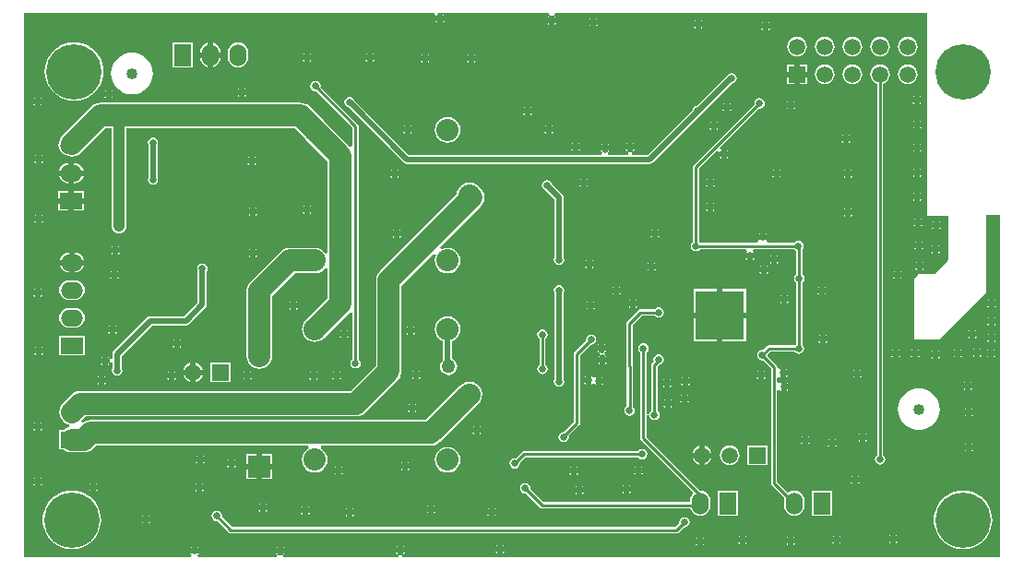
<source format=gbl>
%FSLAX25Y25*%
%MOIN*%
G70*
G01*
G75*
G04 Layer_Physical_Order=2*
G04 Layer_Color=16711680*
%ADD10R,0.04724X0.05512*%
%ADD11R,0.05500X0.07700*%
%ADD12R,0.04200X0.08800*%
%ADD13R,0.04000X0.04000*%
%ADD14R,0.07200X0.16000*%
%ADD15R,0.07200X0.08000*%
%ADD16R,0.08000X0.02500*%
%ADD17R,0.02500X0.04000*%
%ADD18R,0.01400X0.04000*%
%ADD19R,0.08800X0.04200*%
%ADD20R,0.04000X0.04000*%
%ADD21R,0.07000X0.06000*%
%ADD22R,0.05512X0.04724*%
%ADD23R,0.05906X0.04724*%
%ADD24R,0.02953X0.02362*%
%ADD25R,0.04000X0.03500*%
%ADD26R,0.03937X0.07087*%
%ADD27R,0.04724X0.03150*%
%ADD28R,0.02362X0.02953*%
%ADD29R,0.02362X0.07874*%
%ADD30R,0.03150X0.04724*%
%ADD31R,0.05906X0.01969*%
%ADD32R,0.05906X0.02362*%
%ADD33R,0.05906X0.02480*%
%ADD34R,0.06000X0.07000*%
%ADD35R,0.07700X0.05500*%
%ADD36O,0.01180X0.05906*%
%ADD37O,0.05906X0.01180*%
%ADD38R,0.17716X0.17716*%
%ADD39C,0.02000*%
%ADD40C,0.01000*%
%ADD41C,0.04000*%
%ADD42C,0.08000*%
%ADD43C,0.10000*%
%ADD44C,0.08000*%
%ADD45R,0.08000X0.08000*%
%ADD46R,0.08000X0.06000*%
%ADD47O,0.08000X0.06000*%
%ADD48C,0.06000*%
%ADD49R,0.06000X0.06000*%
%ADD50R,0.05906X0.05906*%
%ADD51C,0.05906*%
%ADD52R,0.06000X0.08000*%
%ADD53O,0.06000X0.08000*%
%ADD54C,0.20000*%
%ADD55C,0.04000*%
%ADD56R,0.03000X0.03000*%
%ADD57C,0.02500*%
%ADD58C,0.05000*%
%ADD59R,0.17700X0.17700*%
G36*
X327200Y125000D02*
X326900Y124700D01*
X335100D01*
Y108800D01*
X334600Y108300D01*
X329900Y103600D01*
Y103400D01*
X324100D01*
X324000Y103300D01*
X322600Y101900D01*
Y79800D01*
X331500D01*
X348500Y96800D01*
X348600Y96900D01*
Y124800D01*
X353678D01*
Y1122D01*
X137616D01*
X137523Y2065D01*
X137523D01*
X137518Y2117D01*
X137000Y2014D01*
X136482Y2117D01*
X136394Y1223D01*
X136293Y1122D01*
X94693D01*
X94489Y1795D01*
X94489D01*
X94403Y2078D01*
X94222Y1957D01*
X93500Y1814D01*
X92778Y1957D01*
X92597Y2078D01*
X92307Y1122D01*
X63943D01*
X63653Y2079D01*
X63934Y2266D01*
X64157Y2600D01*
X61043D01*
X61266Y2266D01*
X61547Y2079D01*
X61257Y1122D01*
X1122D01*
Y197778D01*
X149203D01*
X149674Y196897D01*
X149743Y197000D01*
X150300D01*
Y197557D01*
X150578Y197743D01*
X150756Y197778D01*
X151844D01*
X152022Y197743D01*
X152025Y197778D01*
X190756D01*
X191047Y196822D01*
X191078Y196843D01*
X191800Y196986D01*
X192522Y196843D01*
X192553Y196822D01*
X192844Y197778D01*
X327200D01*
Y125000D01*
D02*
G37*
%LPC*%
G36*
X241000Y66457D02*
Y65900D01*
X241557D01*
X241334Y66234D01*
X241000Y66457D01*
D02*
G37*
G36*
X209800Y66557D02*
Y66000D01*
X210357D01*
X210134Y66334D01*
X209800Y66557D01*
D02*
G37*
G36*
X144357Y66100D02*
X143800D01*
Y65543D01*
X144134Y65766D01*
X144357Y66100D01*
D02*
G37*
G36*
X239000Y66457D02*
X238666Y66234D01*
X238443Y65900D01*
X239000D01*
Y66457D01*
D02*
G37*
G36*
X28100Y66657D02*
X27766Y66434D01*
X27543Y66100D01*
X28100D01*
Y66657D01*
D02*
G37*
G36*
X301100Y66700D02*
X300543D01*
X300766Y66366D01*
X301100Y66143D01*
Y66700D01*
D02*
G37*
G36*
X303657D02*
X303100D01*
Y66143D01*
X303434Y66366D01*
X303657Y66700D01*
D02*
G37*
G36*
X30100Y66657D02*
Y66100D01*
X30657D01*
X30434Y66434D01*
X30100Y66657D01*
D02*
G37*
G36*
X204000D02*
X203666Y66434D01*
X203443Y66100D01*
X204000D01*
Y66657D01*
D02*
G37*
G36*
X80800Y66000D02*
X80243D01*
X80466Y65666D01*
X80800Y65443D01*
Y66000D01*
D02*
G37*
G36*
X83357D02*
X82800D01*
Y65443D01*
X83134Y65666D01*
X83357Y66000D01*
D02*
G37*
G36*
X104500Y65800D02*
X103943D01*
X104166Y65466D01*
X104500Y65243D01*
Y65800D01*
D02*
G37*
G36*
X107057D02*
X106500D01*
Y65243D01*
X106834Y65466D01*
X107057Y65800D01*
D02*
G37*
G36*
X113000Y66000D02*
X112443D01*
X112666Y65666D01*
X113000Y65443D01*
Y66000D01*
D02*
G37*
G36*
X268857Y66100D02*
X268300D01*
Y65543D01*
X268634Y65766D01*
X268857Y66100D01*
D02*
G37*
G36*
X141800D02*
X141243D01*
X141466Y65766D01*
X141800Y65543D01*
Y66100D01*
D02*
G37*
G36*
X115557Y66000D02*
X115000D01*
Y65443D01*
X115334Y65666D01*
X115557Y66000D01*
D02*
G37*
G36*
X266300Y66100D02*
X265743D01*
X265966Y65766D01*
X266300Y65543D01*
Y66100D01*
D02*
G37*
G36*
X276957Y66900D02*
X276400D01*
Y66343D01*
X276734Y66566D01*
X276957Y66900D01*
D02*
G37*
G36*
X143800Y68657D02*
Y68100D01*
X144357D01*
X144134Y68434D01*
X143800Y68657D01*
D02*
G37*
G36*
X266300D02*
X265966Y68434D01*
X265743Y68100D01*
X266300D01*
Y68657D01*
D02*
G37*
G36*
X115000Y68557D02*
Y68000D01*
X115557D01*
X115334Y68334D01*
X115000Y68557D01*
D02*
G37*
G36*
X141800Y68657D02*
X141466Y68434D01*
X141243Y68100D01*
X141800D01*
Y68657D01*
D02*
G37*
G36*
X268300D02*
Y68100D01*
X268857D01*
X268634Y68434D01*
X268300Y68657D01*
D02*
G37*
G36*
X276400Y69457D02*
Y68900D01*
X276957D01*
X276734Y69234D01*
X276400Y69457D01*
D02*
G37*
G36*
X61000Y71482D02*
X60185Y71145D01*
X59432Y70568D01*
X58855Y69815D01*
X58518Y69000D01*
X61000D01*
Y71482D01*
D02*
G37*
G36*
X301100Y69257D02*
X300766Y69034D01*
X300543Y68700D01*
X301100D01*
Y69257D01*
D02*
G37*
G36*
X303100D02*
Y68700D01*
X303657D01*
X303434Y69034D01*
X303100Y69257D01*
D02*
G37*
G36*
X53300Y68357D02*
X52966Y68134D01*
X52743Y67800D01*
X53300D01*
Y68357D01*
D02*
G37*
G36*
X55300D02*
Y67800D01*
X55857D01*
X55634Y68134D01*
X55300Y68357D01*
D02*
G37*
G36*
X154070Y88260D02*
X152869Y88102D01*
X151750Y87638D01*
X150789Y86901D01*
X150052Y85940D01*
X149588Y84821D01*
X149430Y83620D01*
X149588Y82419D01*
X150052Y81300D01*
X150789Y80339D01*
X151750Y79602D01*
X152439Y79317D01*
Y72502D01*
X152189Y72311D01*
X151692Y71663D01*
X151380Y70909D01*
X151273Y70100D01*
X151380Y69291D01*
X151692Y68537D01*
X152189Y67889D01*
X152837Y67392D01*
X153591Y67080D01*
X154400Y66973D01*
X155209Y67080D01*
X155963Y67392D01*
X156611Y67889D01*
X157108Y68537D01*
X157420Y69291D01*
X157527Y70100D01*
X157420Y70909D01*
X157108Y71663D01*
X156611Y72311D01*
X155963Y72808D01*
X155701Y72916D01*
Y79317D01*
X156390Y79602D01*
X157351Y80339D01*
X158088Y81300D01*
X158552Y82419D01*
X158710Y83620D01*
X158552Y84821D01*
X158088Y85940D01*
X157351Y86901D01*
X156390Y87638D01*
X155271Y88102D01*
X154070Y88260D01*
D02*
G37*
G36*
X188300Y83586D02*
X187578Y83443D01*
X186966Y83034D01*
X186557Y82422D01*
X186414Y81700D01*
X186557Y80978D01*
X186966Y80366D01*
X187178Y80224D01*
Y70676D01*
X186966Y70534D01*
X186557Y69922D01*
X186414Y69200D01*
X186557Y68478D01*
X186966Y67866D01*
X187578Y67457D01*
X188300Y67314D01*
X189022Y67457D01*
X189634Y67866D01*
X190043Y68478D01*
X190186Y69200D01*
X190043Y69922D01*
X189634Y70534D01*
X189422Y70676D01*
Y80224D01*
X189634Y80366D01*
X190043Y80978D01*
X190186Y81700D01*
X190043Y82422D01*
X189634Y83034D01*
X189022Y83443D01*
X188300Y83586D01*
D02*
G37*
G36*
X104500Y68357D02*
X104166Y68134D01*
X103943Y67800D01*
X104500D01*
Y68357D01*
D02*
G37*
G36*
X82800Y68557D02*
Y68000D01*
X83357D01*
X83134Y68334D01*
X82800Y68557D01*
D02*
G37*
G36*
X113000D02*
X112666Y68334D01*
X112443Y68000D01*
X113000D01*
Y68557D01*
D02*
G37*
G36*
X106500Y68357D02*
Y67800D01*
X107057D01*
X106834Y68134D01*
X106500Y68357D01*
D02*
G37*
G36*
X80800Y68557D02*
X80466Y68334D01*
X80243Y68000D01*
X80800D01*
Y68557D01*
D02*
G37*
G36*
X55857Y65800D02*
X55300D01*
Y65243D01*
X55634Y65466D01*
X55857Y65800D01*
D02*
G37*
G36*
X232500Y58357D02*
X232166Y58134D01*
X231943Y57800D01*
X232500D01*
Y58357D01*
D02*
G37*
G36*
X234500D02*
Y57800D01*
X235057D01*
X234834Y58134D01*
X234500Y58357D01*
D02*
G37*
G36*
X238600Y57700D02*
X238043D01*
X238266Y57366D01*
X238600Y57143D01*
Y57700D01*
D02*
G37*
G36*
X241157D02*
X240600D01*
Y57143D01*
X240934Y57366D01*
X241157Y57700D01*
D02*
G37*
G36*
X238600Y60257D02*
X238266Y60034D01*
X238043Y59700D01*
X238600D01*
Y60257D01*
D02*
G37*
G36*
X341100Y62100D02*
X340543D01*
X340766Y61766D01*
X341100Y61543D01*
Y62100D01*
D02*
G37*
G36*
X343657D02*
X343100D01*
Y61543D01*
X343434Y61766D01*
X343657Y62100D01*
D02*
G37*
G36*
X240600Y60257D02*
Y59700D01*
X241157D01*
X240934Y60034D01*
X240600Y60257D01*
D02*
G37*
G36*
X277057Y61900D02*
X276500D01*
Y61343D01*
X276834Y61566D01*
X277057Y61900D01*
D02*
G37*
G36*
X142757Y54200D02*
X142200D01*
Y53643D01*
X142534Y53866D01*
X142757Y54200D01*
D02*
G37*
G36*
X341400Y55257D02*
X341066Y55034D01*
X340843Y54700D01*
X341400D01*
Y55257D01*
D02*
G37*
G36*
X343957Y52700D02*
X343400D01*
Y52143D01*
X343734Y52366D01*
X343957Y52700D01*
D02*
G37*
G36*
X140200Y54200D02*
X139643D01*
X139866Y53866D01*
X140200Y53643D01*
Y54200D01*
D02*
G37*
G36*
X343400Y55257D02*
Y54700D01*
X343957D01*
X343734Y55034D01*
X343400Y55257D01*
D02*
G37*
G36*
X140200Y56757D02*
X139866Y56534D01*
X139643Y56200D01*
X140200D01*
Y56757D01*
D02*
G37*
G36*
X142200D02*
Y56200D01*
X142757D01*
X142534Y56534D01*
X142200Y56757D01*
D02*
G37*
G36*
X232500Y55800D02*
X231943D01*
X232166Y55466D01*
X232500Y55243D01*
Y55800D01*
D02*
G37*
G36*
X235057D02*
X234500D01*
Y55243D01*
X234834Y55466D01*
X235057Y55800D01*
D02*
G37*
G36*
X232400Y63200D02*
X231843D01*
X232066Y62866D01*
X232400Y62643D01*
Y63200D01*
D02*
G37*
G36*
X343100Y64657D02*
Y64100D01*
X343657D01*
X343434Y64434D01*
X343100Y64657D01*
D02*
G37*
G36*
X75600Y71600D02*
X68400D01*
Y64400D01*
X75600D01*
Y71600D01*
D02*
G37*
G36*
X276500Y64457D02*
Y63900D01*
X277057D01*
X276834Y64234D01*
X276500Y64457D01*
D02*
G37*
G36*
X341100Y64657D02*
X340766Y64434D01*
X340543Y64100D01*
X341100D01*
Y64657D01*
D02*
G37*
G36*
X61000Y67000D02*
X58518D01*
X58855Y66185D01*
X59432Y65432D01*
X60185Y64855D01*
X61000Y64518D01*
Y67000D01*
D02*
G37*
G36*
X234400Y65757D02*
Y65200D01*
X234957D01*
X234734Y65534D01*
X234400Y65757D01*
D02*
G37*
G36*
X53300Y65800D02*
X52743D01*
X52966Y65466D01*
X53300Y65243D01*
Y65800D01*
D02*
G37*
G36*
X65482Y67000D02*
X63000D01*
Y64518D01*
X63815Y64855D01*
X64568Y65432D01*
X65145Y66185D01*
X65482Y67000D01*
D02*
G37*
G36*
X232400Y65757D02*
X232066Y65534D01*
X231843Y65200D01*
X232400D01*
Y65757D01*
D02*
G37*
G36*
X239000Y63900D02*
X238443D01*
X238666Y63566D01*
X239000Y63343D01*
Y63900D01*
D02*
G37*
G36*
X241557D02*
X241000D01*
Y63343D01*
X241334Y63566D01*
X241557Y63900D01*
D02*
G37*
G36*
X234957Y63200D02*
X234400D01*
Y62643D01*
X234734Y62866D01*
X234957Y63200D01*
D02*
G37*
G36*
X194300Y99586D02*
X193578Y99443D01*
X192966Y99034D01*
X192557Y98422D01*
X192414Y97700D01*
X192557Y96978D01*
X192669Y96812D01*
Y65588D01*
X192557Y65422D01*
X192414Y64700D01*
X192557Y63978D01*
X192966Y63366D01*
X193578Y62957D01*
X194300Y62814D01*
X195022Y62957D01*
X195634Y63366D01*
X196043Y63978D01*
X196186Y64700D01*
X196043Y65422D01*
X195931Y65588D01*
Y96812D01*
X196043Y96978D01*
X196186Y97700D01*
X196043Y98422D01*
X195634Y99034D01*
X195022Y99443D01*
X194300Y99586D01*
D02*
G37*
G36*
X206000Y66657D02*
Y65099D01*
Y63543D01*
X206334Y63766D01*
X206367Y63815D01*
X207367D01*
X207466Y63666D01*
X207800Y63443D01*
Y64999D01*
Y66557D01*
X207466Y66334D01*
X207433Y66285D01*
X206433D01*
X206334Y66434D01*
X206000Y66657D01*
D02*
G37*
G36*
X28100Y64100D02*
X27543D01*
X27766Y63766D01*
X28100Y63543D01*
Y64100D01*
D02*
G37*
G36*
X30657D02*
X30100D01*
Y63543D01*
X30434Y63766D01*
X30657Y64100D01*
D02*
G37*
G36*
X210357Y64000D02*
X209800D01*
Y63443D01*
X210134Y63666D01*
X210357Y64000D01*
D02*
G37*
G36*
X204000Y64100D02*
X203443D01*
X203666Y63766D01*
X204000Y63543D01*
Y64100D01*
D02*
G37*
G36*
X352057Y79500D02*
X351500D01*
Y78943D01*
X351834Y79166D01*
X352057Y79500D01*
D02*
G37*
G36*
X251400Y87700D02*
X242950D01*
Y79250D01*
X251400D01*
Y87700D01*
D02*
G37*
G36*
X291157Y79200D02*
X290600D01*
Y78643D01*
X290934Y78866D01*
X291157Y79200D01*
D02*
G37*
G36*
X349500Y79500D02*
X348943D01*
X349166Y79166D01*
X349500Y78943D01*
Y79500D01*
D02*
G37*
G36*
X261850Y87700D02*
X253400D01*
Y79250D01*
X261850D01*
Y87700D01*
D02*
G37*
G36*
X342800Y80800D02*
X342243D01*
X342466Y80466D01*
X342800Y80243D01*
Y80800D01*
D02*
G37*
G36*
X345357D02*
X344800D01*
Y80243D01*
X345134Y80466D01*
X345357Y80800D01*
D02*
G37*
G36*
X55200Y80057D02*
X54866Y79834D01*
X54643Y79500D01*
X55200D01*
Y80057D01*
D02*
G37*
G36*
X57200D02*
Y79500D01*
X57757D01*
X57534Y79834D01*
X57200Y80057D01*
D02*
G37*
G36*
X7300Y77457D02*
Y76900D01*
X7857D01*
X7634Y77234D01*
X7300Y77457D01*
D02*
G37*
G36*
X55200Y77500D02*
X54643D01*
X54866Y77166D01*
X55200Y76943D01*
Y77500D01*
D02*
G37*
G36*
X346400Y76657D02*
Y76100D01*
X346957D01*
X346734Y76434D01*
X346400Y76657D01*
D02*
G37*
G36*
X5300Y77457D02*
X4966Y77234D01*
X4743Y76900D01*
X5300D01*
Y77457D01*
D02*
G37*
G36*
X57757Y77500D02*
X57200D01*
Y76943D01*
X57534Y77166D01*
X57757Y77500D01*
D02*
G37*
G36*
X205896Y81682D02*
X205174Y81539D01*
X204562Y81130D01*
X204153Y80518D01*
X204010Y79796D01*
X204060Y79546D01*
X200007Y75493D01*
X199764Y75129D01*
X199678Y74700D01*
X199678Y74700D01*
Y50165D01*
X196000Y46486D01*
X196000Y46486D01*
X195278Y46343D01*
X194666Y45934D01*
X194257Y45322D01*
X194114Y44600D01*
X194257Y43878D01*
X194666Y43266D01*
X195278Y42857D01*
X196000Y42714D01*
X196722Y42857D01*
X197334Y43266D01*
X197743Y43878D01*
X197886Y44600D01*
X197787Y45101D01*
X201593Y48907D01*
X201836Y49271D01*
X201922Y49700D01*
X201922Y49700D01*
Y74235D01*
X205646Y77960D01*
X205896Y77910D01*
X206618Y78053D01*
X207230Y78462D01*
X207639Y79074D01*
X207782Y79796D01*
X207639Y80518D01*
X207230Y81130D01*
X206618Y81539D01*
X205896Y81682D01*
D02*
G37*
G36*
X288600Y79200D02*
X288043D01*
X288266Y78866D01*
X288600Y78643D01*
Y79200D01*
D02*
G37*
G36*
X208800Y78457D02*
X208466Y78234D01*
X208243Y77900D01*
X208800D01*
Y78457D01*
D02*
G37*
G36*
X210800D02*
Y77900D01*
X211357D01*
X211134Y78234D01*
X210800Y78457D01*
D02*
G37*
G36*
X115600Y81000D02*
X115043D01*
X115266Y80666D01*
X115600Y80443D01*
Y81000D01*
D02*
G37*
G36*
Y83557D02*
X115266Y83334D01*
X115043Y83000D01*
X115600D01*
Y83557D01*
D02*
G37*
G36*
X117600D02*
Y83000D01*
X118157D01*
X117934Y83334D01*
X117600Y83557D01*
D02*
G37*
G36*
X342800Y83357D02*
X342466Y83134D01*
X342243Y82800D01*
X342800D01*
Y83357D01*
D02*
G37*
G36*
X344800D02*
Y82800D01*
X345357D01*
X345134Y83134D01*
X344800Y83357D01*
D02*
G37*
G36*
X19300Y91331D02*
X17300D01*
X16360Y91207D01*
X15484Y90845D01*
X14732Y90268D01*
X14155Y89516D01*
X13793Y88640D01*
X13669Y87700D01*
X13793Y86760D01*
X14155Y85884D01*
X14732Y85132D01*
X15484Y84555D01*
X16360Y84193D01*
X17300Y84069D01*
X19300D01*
X20240Y84193D01*
X21115Y84555D01*
X21868Y85132D01*
X22445Y85884D01*
X22807Y86760D01*
X22931Y87700D01*
X22807Y88640D01*
X22445Y89516D01*
X21868Y90268D01*
X21115Y90845D01*
X20240Y91207D01*
X19300Y91331D01*
D02*
G37*
G36*
X32000Y84957D02*
X31666Y84734D01*
X31443Y84400D01*
X32000D01*
Y84957D01*
D02*
G37*
G36*
X34000D02*
Y84400D01*
X34557D01*
X34334Y84734D01*
X34000Y84957D01*
D02*
G37*
G36*
X139800Y84757D02*
X139466Y84534D01*
X139243Y84200D01*
X139800D01*
Y84757D01*
D02*
G37*
G36*
X141800D02*
Y84200D01*
X142357D01*
X142134Y84534D01*
X141800Y84757D01*
D02*
G37*
G36*
X290600Y81757D02*
Y81200D01*
X291157D01*
X290934Y81534D01*
X290600Y81757D01*
D02*
G37*
G36*
X349500Y82057D02*
X349166Y81834D01*
X348943Y81500D01*
X349500D01*
Y82057D01*
D02*
G37*
G36*
X118157Y81000D02*
X117600D01*
Y80443D01*
X117934Y80666D01*
X118157Y81000D01*
D02*
G37*
G36*
X288600Y81757D02*
X288266Y81534D01*
X288043Y81200D01*
X288600D01*
Y81757D01*
D02*
G37*
G36*
X351500Y82057D02*
Y81500D01*
X352057D01*
X351834Y81834D01*
X351500Y82057D01*
D02*
G37*
G36*
X32000Y82400D02*
X31443D01*
X31666Y82066D01*
X32000Y81843D01*
Y82400D01*
D02*
G37*
G36*
X34557D02*
X34000D01*
Y81843D01*
X34334Y82066D01*
X34557Y82400D01*
D02*
G37*
G36*
X139800Y82200D02*
X139243D01*
X139466Y81866D01*
X139800Y81643D01*
Y82200D01*
D02*
G37*
G36*
X142357D02*
X141800D01*
Y81643D01*
X142134Y81866D01*
X142357Y82200D01*
D02*
G37*
G36*
X344400Y76657D02*
X344066Y76434D01*
X343843Y76100D01*
X344400D01*
Y76657D01*
D02*
G37*
G36*
X322000Y74000D02*
X321443D01*
X321666Y73666D01*
X322000Y73443D01*
Y74000D01*
D02*
G37*
G36*
X324557D02*
X324000D01*
Y73443D01*
X324334Y73666D01*
X324557Y74000D01*
D02*
G37*
G36*
X315000D02*
X314443D01*
X314666Y73666D01*
X315000Y73443D01*
Y74000D01*
D02*
G37*
G36*
X317557D02*
X317000D01*
Y73443D01*
X317334Y73666D01*
X317557Y74000D01*
D02*
G37*
G36*
X337400D02*
X336843D01*
X337066Y73666D01*
X337400Y73443D01*
Y74000D01*
D02*
G37*
G36*
X351957D02*
X351400D01*
Y73443D01*
X351734Y73666D01*
X351957Y74000D01*
D02*
G37*
G36*
X209100Y74057D02*
X208766Y73834D01*
X208543Y73500D01*
X209100D01*
Y74057D01*
D02*
G37*
G36*
X339957Y74000D02*
X339400D01*
Y73443D01*
X339734Y73666D01*
X339957Y74000D01*
D02*
G37*
G36*
X349400D02*
X348843D01*
X349066Y73666D01*
X349400Y73443D01*
Y74000D01*
D02*
G37*
G36*
X31757Y71200D02*
X31200D01*
Y70643D01*
X31534Y70866D01*
X31757Y71200D01*
D02*
G37*
G36*
X209100Y71500D02*
X208543D01*
X208766Y71166D01*
X209100Y70943D01*
Y71500D01*
D02*
G37*
G36*
X63000Y71482D02*
Y69000D01*
X65482D01*
X65145Y69815D01*
X64568Y70568D01*
X63815Y71145D01*
X63000Y71482D01*
D02*
G37*
G36*
X29200Y71200D02*
X28643D01*
X28866Y70866D01*
X29200Y70643D01*
Y71200D01*
D02*
G37*
G36*
X211657Y71500D02*
X211100D01*
Y70943D01*
X211434Y71166D01*
X211657Y71500D01*
D02*
G37*
G36*
X29200Y73757D02*
X28866Y73534D01*
X28643Y73200D01*
X29200D01*
Y73757D01*
D02*
G37*
G36*
X31200D02*
Y73200D01*
X31757D01*
X31534Y73534D01*
X31200Y73757D01*
D02*
G37*
G36*
X329400Y73500D02*
X328843D01*
X329066Y73166D01*
X329400Y72943D01*
Y73500D01*
D02*
G37*
G36*
X331957D02*
X331400D01*
Y72943D01*
X331734Y73166D01*
X331957Y73500D01*
D02*
G37*
G36*
X211100Y74057D02*
Y73500D01*
X211657D01*
X211434Y73834D01*
X211100Y74057D01*
D02*
G37*
G36*
X317000Y76557D02*
Y76000D01*
X317557D01*
X317334Y76334D01*
X317000Y76557D01*
D02*
G37*
G36*
X322000D02*
X321666Y76334D01*
X321443Y76000D01*
X322000D01*
Y76557D01*
D02*
G37*
G36*
X331400Y76057D02*
Y75500D01*
X331957D01*
X331734Y75834D01*
X331400Y76057D01*
D02*
G37*
G36*
X315000Y76557D02*
X314666Y76334D01*
X314443Y76000D01*
X315000D01*
Y76557D01*
D02*
G37*
G36*
X324000D02*
Y76000D01*
X324557D01*
X324334Y76334D01*
X324000Y76557D01*
D02*
G37*
G36*
X349400D02*
X349066Y76334D01*
X348843Y76000D01*
X349400D01*
Y76557D01*
D02*
G37*
G36*
X351400D02*
Y76000D01*
X351957D01*
X351734Y76334D01*
X351400Y76557D01*
D02*
G37*
G36*
X337400D02*
X337066Y76334D01*
X336843Y76000D01*
X337400D01*
Y76557D01*
D02*
G37*
G36*
X339400D02*
Y76000D01*
X339957D01*
X339734Y76334D01*
X339400Y76557D01*
D02*
G37*
G36*
X22900Y81300D02*
X13700D01*
Y74100D01*
X22900D01*
Y81300D01*
D02*
G37*
G36*
X5300Y74900D02*
X4743D01*
X4966Y74566D01*
X5300Y74343D01*
Y74900D01*
D02*
G37*
G36*
X344400Y74100D02*
X343843D01*
X344066Y73766D01*
X344400Y73543D01*
Y74100D01*
D02*
G37*
G36*
X346957D02*
X346400D01*
Y73543D01*
X346734Y73766D01*
X346957Y74100D01*
D02*
G37*
G36*
X7857Y74900D02*
X7300D01*
Y74343D01*
X7634Y74566D01*
X7857Y74900D01*
D02*
G37*
G36*
X211357Y75900D02*
X210800D01*
Y75343D01*
X211134Y75566D01*
X211357Y75900D01*
D02*
G37*
G36*
X329400Y76057D02*
X329066Y75834D01*
X328843Y75500D01*
X329400D01*
Y76057D01*
D02*
G37*
G36*
X210622Y75224D02*
X210522Y75157D01*
X209800Y75014D01*
X209083Y75156D01*
X209278Y74176D01*
X209378Y74243D01*
X210100Y74387D01*
X210817Y74244D01*
X210622Y75224D01*
D02*
G37*
G36*
X208800Y75900D02*
X208243D01*
X208466Y75566D01*
X208800Y75343D01*
Y75900D01*
D02*
G37*
G36*
X341400Y52700D02*
X340843D01*
X341066Y52366D01*
X341400Y52143D01*
Y52700D01*
D02*
G37*
G36*
X147100Y17700D02*
X146543D01*
X146766Y17366D01*
X147100Y17143D01*
Y17700D01*
D02*
G37*
G36*
X149657D02*
X149100D01*
Y17143D01*
X149434Y17366D01*
X149657Y17700D01*
D02*
G37*
G36*
X101600Y17200D02*
X101043D01*
X101266Y16866D01*
X101600Y16643D01*
Y17200D01*
D02*
G37*
G36*
X104157D02*
X103600D01*
Y16643D01*
X103934Y16866D01*
X104157Y17200D01*
D02*
G37*
G36*
X86300Y18200D02*
X85743D01*
X85966Y17866D01*
X86300Y17643D01*
Y18200D01*
D02*
G37*
G36*
X119700Y18957D02*
Y18400D01*
X120257D01*
X120034Y18734D01*
X119700Y18957D01*
D02*
G37*
G36*
X168900Y19257D02*
X168566Y19034D01*
X168343Y18700D01*
X168900D01*
Y19257D01*
D02*
G37*
G36*
X88857Y18200D02*
X88300D01*
Y17643D01*
X88634Y17866D01*
X88857Y18200D01*
D02*
G37*
G36*
X117700Y18957D02*
X117366Y18734D01*
X117143Y18400D01*
X117700D01*
Y18957D01*
D02*
G37*
G36*
X120257Y16400D02*
X119700D01*
Y15843D01*
X120034Y16066D01*
X120257Y16400D01*
D02*
G37*
G36*
X44100Y16557D02*
X43766Y16334D01*
X43543Y16000D01*
X44100D01*
Y16557D01*
D02*
G37*
G36*
X46657Y14000D02*
X46100D01*
Y13443D01*
X46434Y13666D01*
X46657Y14000D01*
D02*
G37*
G36*
X117700Y16400D02*
X117143D01*
X117366Y16066D01*
X117700Y15843D01*
Y16400D01*
D02*
G37*
G36*
X46100Y16557D02*
Y16000D01*
X46657D01*
X46434Y16334D01*
X46100Y16557D01*
D02*
G37*
G36*
X168900Y16700D02*
X168343D01*
X168566Y16366D01*
X168900Y16143D01*
Y16700D01*
D02*
G37*
G36*
X171457D02*
X170900D01*
Y16143D01*
X171234Y16366D01*
X171457Y16700D01*
D02*
G37*
G36*
X258900Y25300D02*
X251700D01*
Y16100D01*
X258900D01*
Y25300D01*
D02*
G37*
G36*
X292900D02*
X285700D01*
Y16100D01*
X292900D01*
Y25300D01*
D02*
G37*
G36*
X170900Y19257D02*
Y18700D01*
X171457D01*
X171234Y19034D01*
X170900Y19257D01*
D02*
G37*
G36*
X65957Y25400D02*
X65400D01*
Y24843D01*
X65734Y25066D01*
X65957Y25400D01*
D02*
G37*
G36*
X25100Y25600D02*
X24543D01*
X24766Y25266D01*
X25100Y25043D01*
Y25600D01*
D02*
G37*
G36*
X220257Y24900D02*
X219700D01*
Y24343D01*
X220034Y24566D01*
X220257Y24900D01*
D02*
G37*
G36*
X63400Y25400D02*
X62843D01*
X63066Y25066D01*
X63400Y24843D01*
Y25400D01*
D02*
G37*
G36*
X27657Y25600D02*
X27100D01*
Y25043D01*
X27434Y25266D01*
X27657Y25600D01*
D02*
G37*
G36*
X217700Y27457D02*
X217366Y27234D01*
X217143Y26900D01*
X217700D01*
Y27457D01*
D02*
G37*
G36*
X219700D02*
Y26900D01*
X220257D01*
X220034Y27234D01*
X219700Y27457D01*
D02*
G37*
G36*
X200800Y26957D02*
X200466Y26734D01*
X200243Y26400D01*
X200800D01*
Y26957D01*
D02*
G37*
G36*
X202800D02*
Y26400D01*
X203357D01*
X203134Y26734D01*
X202800Y26957D01*
D02*
G37*
G36*
X147100Y20257D02*
X146766Y20034D01*
X146543Y19700D01*
X147100D01*
Y20257D01*
D02*
G37*
G36*
X149100D02*
Y19700D01*
X149657D01*
X149434Y20034D01*
X149100Y20257D01*
D02*
G37*
G36*
X101600Y19757D02*
X101266Y19534D01*
X101043Y19200D01*
X101600D01*
Y19757D01*
D02*
G37*
G36*
X103600D02*
Y19200D01*
X104157D01*
X103934Y19534D01*
X103600Y19757D01*
D02*
G37*
G36*
X86300Y20757D02*
X85966Y20534D01*
X85743Y20200D01*
X86300D01*
Y20757D01*
D02*
G37*
G36*
X203357Y24400D02*
X202800D01*
Y23843D01*
X203134Y24066D01*
X203357Y24400D01*
D02*
G37*
G36*
X217700Y24900D02*
X217143D01*
X217366Y24566D01*
X217700Y24343D01*
Y24900D01*
D02*
G37*
G36*
X88300Y20757D02*
Y20200D01*
X88857D01*
X88634Y20534D01*
X88300Y20757D01*
D02*
G37*
G36*
X200800Y24400D02*
X200243D01*
X200466Y24066D01*
X200800Y23843D01*
Y24400D01*
D02*
G37*
G36*
X44100Y14000D02*
X43543D01*
X43766Y13666D01*
X44100Y13443D01*
Y14000D01*
D02*
G37*
G36*
X94500Y5257D02*
Y4700D01*
X95057D01*
X94834Y5034D01*
X94500Y5257D01*
D02*
G37*
G36*
X136000Y5457D02*
X135666Y5234D01*
X135443Y4900D01*
X136000D01*
Y5457D01*
D02*
G37*
G36*
X63600Y5157D02*
Y4600D01*
X64157D01*
X63934Y4934D01*
X63600Y5157D01*
D02*
G37*
G36*
X92500Y5257D02*
X92166Y5034D01*
X91943Y4700D01*
X92500D01*
Y5257D01*
D02*
G37*
G36*
X138000Y5457D02*
Y4900D01*
X138557D01*
X138334Y5234D01*
X138000Y5457D01*
D02*
G37*
G36*
X244200Y6000D02*
X243643D01*
X243866Y5666D01*
X244200Y5443D01*
Y6000D01*
D02*
G37*
G36*
X246757D02*
X246200D01*
Y5443D01*
X246534Y5666D01*
X246757Y6000D01*
D02*
G37*
G36*
X172000Y5657D02*
X171666Y5434D01*
X171443Y5100D01*
X172000D01*
Y5657D01*
D02*
G37*
G36*
X174000D02*
Y5100D01*
X174557D01*
X174334Y5434D01*
X174000Y5657D01*
D02*
G37*
G36*
X136000Y2900D02*
X135443D01*
X135666Y2566D01*
X136000Y2343D01*
Y2900D01*
D02*
G37*
G36*
X138557D02*
X138000D01*
Y2343D01*
X138334Y2566D01*
X138557Y2900D01*
D02*
G37*
G36*
X92500Y2700D02*
X91943D01*
X92166Y2366D01*
X92500Y2143D01*
Y2700D01*
D02*
G37*
G36*
X95057D02*
X94500D01*
Y2143D01*
X94834Y2366D01*
X95057Y2700D01*
D02*
G37*
G36*
X172000Y3100D02*
X171443D01*
X171666Y2766D01*
X172000Y2543D01*
Y3100D01*
D02*
G37*
G36*
X340300Y25333D02*
X338637Y25202D01*
X337014Y24812D01*
X335473Y24174D01*
X334050Y23302D01*
X332782Y22219D01*
X331698Y20950D01*
X330826Y19527D01*
X330188Y17986D01*
X329798Y16363D01*
X329667Y14700D01*
X329798Y13037D01*
X330188Y11414D01*
X330826Y9873D01*
X331698Y8450D01*
X332782Y7181D01*
X334050Y6098D01*
X335473Y5226D01*
X337014Y4588D01*
X338637Y4198D01*
X340300Y4067D01*
X341963Y4198D01*
X343586Y4588D01*
X345127Y5226D01*
X346550Y6098D01*
X347818Y7181D01*
X348902Y8450D01*
X349774Y9873D01*
X350412Y11414D01*
X350802Y13037D01*
X350933Y14700D01*
X350802Y16363D01*
X350412Y17986D01*
X349774Y19527D01*
X348902Y20950D01*
X347818Y22219D01*
X346550Y23302D01*
X345127Y24174D01*
X343586Y24812D01*
X341963Y25202D01*
X340300Y25333D01*
D02*
G37*
G36*
X61600Y5157D02*
X61266Y4934D01*
X61043Y4600D01*
X61600D01*
Y5157D01*
D02*
G37*
G36*
X174557Y3100D02*
X174000D01*
Y2543D01*
X174334Y2766D01*
X174557Y3100D01*
D02*
G37*
G36*
X18300Y25333D02*
X16637Y25202D01*
X15014Y24812D01*
X13473Y24174D01*
X12050Y23302D01*
X10781Y22219D01*
X9698Y20950D01*
X8826Y19527D01*
X8188Y17986D01*
X7798Y16363D01*
X7667Y14700D01*
X7798Y13037D01*
X8188Y11414D01*
X8826Y9873D01*
X9698Y8450D01*
X10781Y7181D01*
X12050Y6098D01*
X13473Y5226D01*
X15014Y4588D01*
X16637Y4198D01*
X18300Y4067D01*
X19963Y4198D01*
X21586Y4588D01*
X23127Y5226D01*
X24550Y6098D01*
X25818Y7181D01*
X26902Y8450D01*
X27774Y9873D01*
X28412Y11414D01*
X28802Y13037D01*
X28933Y14700D01*
X28802Y16363D01*
X28412Y17986D01*
X27774Y19527D01*
X26902Y20950D01*
X25818Y22219D01*
X24550Y23302D01*
X23127Y24174D01*
X21586Y24812D01*
X19963Y25202D01*
X18300Y25333D01*
D02*
G37*
G36*
X277100Y6100D02*
X276543D01*
X276766Y5766D01*
X277100Y5543D01*
Y6100D01*
D02*
G37*
G36*
X259500Y8957D02*
X259166Y8734D01*
X258943Y8400D01*
X259500D01*
Y8957D01*
D02*
G37*
G36*
X261500D02*
Y8400D01*
X262057D01*
X261834Y8734D01*
X261500Y8957D01*
D02*
G37*
G36*
X277100Y8657D02*
X276766Y8434D01*
X276543Y8100D01*
X277100D01*
Y8657D01*
D02*
G37*
G36*
X279100D02*
Y8100D01*
X279657D01*
X279434Y8434D01*
X279100Y8657D01*
D02*
G37*
G36*
X293500Y9157D02*
X293166Y8934D01*
X292943Y8600D01*
X293500D01*
Y9157D01*
D02*
G37*
G36*
X316100Y9357D02*
Y8800D01*
X316657D01*
X316434Y9134D01*
X316100Y9357D01*
D02*
G37*
G36*
X70600Y17986D02*
X69878Y17843D01*
X69266Y17434D01*
X68857Y16822D01*
X68714Y16100D01*
X68857Y15378D01*
X69266Y14766D01*
X69878Y14357D01*
X70600Y14214D01*
X70850Y14264D01*
X74907Y10207D01*
X75271Y9964D01*
X75700Y9878D01*
X75700Y9878D01*
X236800D01*
X236800Y9878D01*
X237229Y9964D01*
X237593Y10207D01*
X239350Y11964D01*
X239600Y11914D01*
X240322Y12057D01*
X240934Y12466D01*
X241343Y13078D01*
X241486Y13800D01*
X241343Y14522D01*
X240934Y15134D01*
X240322Y15543D01*
X239600Y15686D01*
X238878Y15543D01*
X238266Y15134D01*
X237857Y14522D01*
X237714Y13800D01*
X237764Y13550D01*
X236335Y12122D01*
X76165D01*
X72436Y15850D01*
X72486Y16100D01*
X72343Y16822D01*
X71934Y17434D01*
X71322Y17843D01*
X70600Y17986D01*
D02*
G37*
G36*
X295500Y9157D02*
Y8600D01*
X296057D01*
X295834Y8934D01*
X295500Y9157D01*
D02*
G37*
G36*
X314100Y9357D02*
X313766Y9134D01*
X313543Y8800D01*
X314100D01*
Y9357D01*
D02*
G37*
G36*
X262057Y6400D02*
X261500D01*
Y5843D01*
X261834Y6066D01*
X262057Y6400D01*
D02*
G37*
G36*
X293500Y6600D02*
X292943D01*
X293166Y6266D01*
X293500Y6043D01*
Y6600D01*
D02*
G37*
G36*
X279657Y6100D02*
X279100D01*
Y5543D01*
X279434Y5766D01*
X279657Y6100D01*
D02*
G37*
G36*
X259500Y6400D02*
X258943D01*
X259166Y6066D01*
X259500Y5843D01*
Y6400D01*
D02*
G37*
G36*
X296057Y6600D02*
X295500D01*
Y6043D01*
X295834Y6266D01*
X296057Y6600D01*
D02*
G37*
G36*
X244200Y8557D02*
X243866Y8334D01*
X243643Y8000D01*
X244200D01*
Y8557D01*
D02*
G37*
G36*
X246200D02*
Y8000D01*
X246757D01*
X246534Y8334D01*
X246200Y8557D01*
D02*
G37*
G36*
X314100Y6800D02*
X313543D01*
X313766Y6466D01*
X314100Y6243D01*
Y6800D01*
D02*
G37*
G36*
X316657D02*
X316100D01*
Y6243D01*
X316434Y6466D01*
X316657Y6800D01*
D02*
G37*
G36*
X341400Y40000D02*
X340843D01*
X341066Y39666D01*
X341400Y39443D01*
Y40000D01*
D02*
G37*
G36*
X343957D02*
X343400D01*
Y39443D01*
X343734Y39666D01*
X343957Y40000D01*
D02*
G37*
G36*
X245000Y41431D02*
X244208Y41103D01*
X243466Y40534D01*
X242897Y39792D01*
X242569Y39000D01*
X245000D01*
Y41431D01*
D02*
G37*
G36*
X247000D02*
Y39000D01*
X249431D01*
X249103Y39792D01*
X248534Y40534D01*
X247792Y41103D01*
X247000Y41431D01*
D02*
G37*
G36*
X292000Y41600D02*
X291443D01*
X291666Y41266D01*
X292000Y41043D01*
Y41600D01*
D02*
G37*
G36*
X343400Y42557D02*
Y42000D01*
X343957D01*
X343734Y42334D01*
X343400Y42557D01*
D02*
G37*
G36*
X282300Y42700D02*
X281743D01*
X281966Y42366D01*
X282300Y42143D01*
Y42700D01*
D02*
G37*
G36*
X294557Y41600D02*
X294000D01*
Y41043D01*
X294334Y41266D01*
X294557Y41600D01*
D02*
G37*
G36*
X341400Y42557D02*
X341066Y42334D01*
X340843Y42000D01*
X341400D01*
Y42557D01*
D02*
G37*
G36*
X137800Y35757D02*
X137466Y35534D01*
X137243Y35200D01*
X137800D01*
Y35757D01*
D02*
G37*
G36*
X139800D02*
Y35200D01*
X140357D01*
X140134Y35534D01*
X139800Y35757D01*
D02*
G37*
G36*
X63600Y35700D02*
X63043D01*
X63266Y35366D01*
X63600Y35143D01*
Y35700D01*
D02*
G37*
G36*
X66157D02*
X65600D01*
Y35143D01*
X65934Y35366D01*
X66157Y35700D01*
D02*
G37*
G36*
X75000Y36657D02*
X74666Y36434D01*
X74443Y36100D01*
X75000D01*
Y36657D01*
D02*
G37*
G36*
X63600Y38257D02*
X63266Y38034D01*
X63043Y37700D01*
X63600D01*
Y38257D01*
D02*
G37*
G36*
X65600D02*
Y37700D01*
X66157D01*
X65934Y38034D01*
X65600Y38257D01*
D02*
G37*
G36*
X77000Y36657D02*
Y36100D01*
X77557D01*
X77334Y36434D01*
X77000Y36657D01*
D02*
G37*
G36*
X224300Y40286D02*
X223578Y40143D01*
X222966Y39734D01*
X222824Y39522D01*
X181600D01*
X181171Y39436D01*
X180807Y39193D01*
X180807Y39193D01*
X178550Y36937D01*
X178300Y36986D01*
X177578Y36843D01*
X176966Y36434D01*
X176557Y35822D01*
X176414Y35100D01*
X176557Y34378D01*
X176966Y33766D01*
X177578Y33357D01*
X178300Y33214D01*
X179022Y33357D01*
X179634Y33766D01*
X180043Y34378D01*
X180186Y35100D01*
X180136Y35350D01*
X182065Y37278D01*
X222824D01*
X222966Y37066D01*
X223578Y36657D01*
X224300Y36514D01*
X225022Y36657D01*
X225634Y37066D01*
X226043Y37678D01*
X226186Y38400D01*
X226043Y39122D01*
X225634Y39734D01*
X225022Y40143D01*
X224300Y40286D01*
D02*
G37*
G36*
X284857Y42700D02*
X284300D01*
Y42143D01*
X284634Y42366D01*
X284857Y42700D01*
D02*
G37*
G36*
X7557Y47400D02*
X7000D01*
Y46843D01*
X7334Y47066D01*
X7557Y47400D01*
D02*
G37*
G36*
X324300Y62239D02*
X322829Y62095D01*
X321415Y61665D01*
X320111Y60969D01*
X318969Y60031D01*
X318031Y58889D01*
X317335Y57585D01*
X316905Y56171D01*
X316761Y54700D01*
X316905Y53229D01*
X317335Y51815D01*
X318031Y50511D01*
X318969Y49369D01*
X320111Y48431D01*
X321415Y47734D01*
X322829Y47306D01*
X324300Y47161D01*
X325771Y47306D01*
X327185Y47734D01*
X328489Y48431D01*
X329631Y49369D01*
X330569Y50511D01*
X331265Y51815D01*
X331695Y53229D01*
X331839Y54700D01*
X331695Y56171D01*
X331265Y57585D01*
X330569Y58889D01*
X329631Y60031D01*
X328489Y60969D01*
X327185Y61665D01*
X325771Y62095D01*
X324300Y62239D01*
D02*
G37*
G36*
X166057Y46100D02*
X165500D01*
Y45543D01*
X165834Y45766D01*
X166057Y46100D01*
D02*
G37*
G36*
X5000Y47400D02*
X4443D01*
X4666Y47066D01*
X5000Y46843D01*
Y47400D01*
D02*
G37*
G36*
X163500Y48657D02*
X163166Y48434D01*
X162943Y48100D01*
X163500D01*
Y48657D01*
D02*
G37*
G36*
X7000Y49957D02*
Y49400D01*
X7557D01*
X7334Y49734D01*
X7000Y49957D01*
D02*
G37*
G36*
X224800Y78586D02*
X224078Y78443D01*
X223466Y78034D01*
X223057Y77422D01*
X222914Y76700D01*
X223057Y75978D01*
X223466Y75366D01*
X223678Y75224D01*
Y44200D01*
X223678Y44200D01*
X223764Y43771D01*
X224007Y43407D01*
X242758Y24656D01*
X242733Y24268D01*
X242155Y23516D01*
X241793Y22640D01*
X241669Y21700D01*
Y21122D01*
X188665D01*
X183936Y25850D01*
X183986Y26100D01*
X183843Y26822D01*
X183434Y27434D01*
X182822Y27843D01*
X182100Y27986D01*
X181378Y27843D01*
X180766Y27434D01*
X180357Y26822D01*
X180214Y26100D01*
X180357Y25378D01*
X180766Y24766D01*
X181378Y24357D01*
X182100Y24214D01*
X182350Y24264D01*
X187407Y19207D01*
X187407Y19207D01*
X187771Y18964D01*
X187771Y18964D01*
X187771Y18964D01*
D01*
X187771Y18964D01*
X187771Y18964D01*
X188200Y18879D01*
X241777D01*
X241793Y18760D01*
X242155Y17885D01*
X242733Y17132D01*
X243484Y16555D01*
X244360Y16193D01*
X245300Y16069D01*
X246240Y16193D01*
X247115Y16555D01*
X247867Y17132D01*
X248445Y17885D01*
X248807Y18760D01*
X248931Y19700D01*
Y21700D01*
X248807Y22640D01*
X248445Y23516D01*
X247867Y24268D01*
X247115Y24845D01*
X246240Y25207D01*
X245300Y25331D01*
X245260Y25326D01*
X225922Y44665D01*
Y52587D01*
X226917Y52685D01*
X226917D01*
X227057Y51978D01*
X227466Y51366D01*
X228078Y50957D01*
X228800Y50814D01*
X229522Y50957D01*
X230134Y51366D01*
X230543Y51978D01*
X230686Y52700D01*
X230543Y53422D01*
X230134Y54034D01*
X229922Y54176D01*
Y70235D01*
X230550Y70863D01*
X231022Y70957D01*
X231634Y71366D01*
X232043Y71978D01*
X232186Y72700D01*
X232043Y73422D01*
X231634Y74034D01*
X231022Y74443D01*
X230300Y74586D01*
X229578Y74443D01*
X228966Y74034D01*
X228557Y73422D01*
X228414Y72700D01*
X228547Y72033D01*
X228007Y71493D01*
X227764Y71129D01*
X227678Y70700D01*
X227678Y70700D01*
Y54176D01*
X227466Y54034D01*
X227057Y53422D01*
X226917Y52715D01*
X225922Y52813D01*
Y75224D01*
X226134Y75366D01*
X226543Y75978D01*
X226686Y76700D01*
X226543Y77422D01*
X226134Y78034D01*
X225522Y78443D01*
X224800Y78586D01*
D02*
G37*
G36*
X165500Y48657D02*
Y48100D01*
X166057D01*
X165834Y48434D01*
X165500Y48657D01*
D02*
G37*
G36*
X5000Y49957D02*
X4666Y49734D01*
X4443Y49400D01*
X5000D01*
Y49957D01*
D02*
G37*
G36*
X292000Y44157D02*
X291666Y43934D01*
X291443Y43600D01*
X292000D01*
Y44157D01*
D02*
G37*
G36*
X294000D02*
Y43600D01*
X294557D01*
X294334Y43934D01*
X294000Y44157D01*
D02*
G37*
G36*
X303100Y43500D02*
X302543D01*
X302766Y43166D01*
X303100Y42943D01*
Y43500D01*
D02*
G37*
G36*
X305657D02*
X305100D01*
Y42943D01*
X305434Y43166D01*
X305657Y43500D01*
D02*
G37*
G36*
X282300Y45257D02*
X281966Y45034D01*
X281743Y44700D01*
X282300D01*
Y45257D01*
D02*
G37*
G36*
X305100Y46057D02*
Y45500D01*
X305657D01*
X305434Y45834D01*
X305100Y46057D01*
D02*
G37*
G36*
X163500Y46100D02*
X162943D01*
X163166Y45766D01*
X163500Y45543D01*
Y46100D01*
D02*
G37*
G36*
X284300Y45257D02*
Y44700D01*
X284857D01*
X284634Y45034D01*
X284300Y45257D01*
D02*
G37*
G36*
X303100Y46057D02*
X302766Y45834D01*
X302543Y45500D01*
X303100D01*
Y46057D01*
D02*
G37*
G36*
X90600Y38600D02*
X87000D01*
Y35000D01*
X90600D01*
Y38600D01*
D02*
G37*
G36*
X7000Y30157D02*
Y29600D01*
X7557D01*
X7334Y29934D01*
X7000Y30157D01*
D02*
G37*
G36*
X300300Y30857D02*
X299966Y30634D01*
X299743Y30300D01*
X300300D01*
Y30857D01*
D02*
G37*
G36*
X90600Y33000D02*
X87000D01*
Y29400D01*
X90600D01*
Y33000D01*
D02*
G37*
G36*
X5000Y30157D02*
X4666Y29934D01*
X4443Y29600D01*
X5000D01*
Y30157D01*
D02*
G37*
G36*
X302300Y30857D02*
Y30300D01*
X302857D01*
X302634Y30634D01*
X302300Y30857D01*
D02*
G37*
G36*
X222000Y31600D02*
X221443D01*
X221666Y31266D01*
X222000Y31043D01*
Y31600D01*
D02*
G37*
G36*
X224557D02*
X224000D01*
Y31043D01*
X224334Y31266D01*
X224557Y31600D01*
D02*
G37*
G36*
X198600Y31500D02*
X198043D01*
X198266Y31166D01*
X198600Y30943D01*
Y31500D01*
D02*
G37*
G36*
X201157D02*
X200600D01*
Y30943D01*
X200934Y31166D01*
X201157Y31500D01*
D02*
G37*
G36*
X63400Y27957D02*
X63066Y27734D01*
X62843Y27400D01*
X63400D01*
Y27957D01*
D02*
G37*
G36*
X65400D02*
Y27400D01*
X65957D01*
X65734Y27734D01*
X65400Y27957D01*
D02*
G37*
G36*
X5000Y27600D02*
X4443D01*
X4666Y27266D01*
X5000Y27043D01*
Y27600D01*
D02*
G37*
G36*
X7557D02*
X7000D01*
Y27043D01*
X7334Y27266D01*
X7557Y27600D01*
D02*
G37*
G36*
X25100Y28157D02*
X24766Y27934D01*
X24543Y27600D01*
X25100D01*
Y28157D01*
D02*
G37*
G36*
X302857Y28300D02*
X302300D01*
Y27743D01*
X302634Y27966D01*
X302857Y28300D01*
D02*
G37*
G36*
X85000Y33000D02*
X81400D01*
Y29400D01*
X85000D01*
Y33000D01*
D02*
G37*
G36*
X27100Y28157D02*
Y27600D01*
X27657D01*
X27434Y27934D01*
X27100Y28157D01*
D02*
G37*
G36*
X300300Y28300D02*
X299743D01*
X299966Y27966D01*
X300300Y27743D01*
Y28300D01*
D02*
G37*
G36*
X113800Y31700D02*
X113243D01*
X113466Y31366D01*
X113800Y31143D01*
Y31700D01*
D02*
G37*
G36*
X115800Y34257D02*
Y33700D01*
X116357D01*
X116134Y34034D01*
X115800Y34257D01*
D02*
G37*
G36*
X256000Y41583D02*
X255073Y41461D01*
X254208Y41103D01*
X253466Y40534D01*
X252897Y39792D01*
X252539Y38927D01*
X252417Y38000D01*
X252539Y37073D01*
X252897Y36208D01*
X253466Y35466D01*
X254208Y34897D01*
X255073Y34539D01*
X256000Y34417D01*
X256927Y34539D01*
X257792Y34897D01*
X258534Y35466D01*
X259103Y36208D01*
X259461Y37073D01*
X259583Y38000D01*
X259461Y38927D01*
X259103Y39792D01*
X258534Y40534D01*
X257792Y41103D01*
X256927Y41461D01*
X256000Y41583D01*
D02*
G37*
G36*
X224000Y34157D02*
Y33600D01*
X224557D01*
X224334Y33934D01*
X224000Y34157D01*
D02*
G37*
G36*
X113800Y34257D02*
X113466Y34034D01*
X113243Y33700D01*
X113800D01*
Y34257D01*
D02*
G37*
G36*
X269553Y41553D02*
X262447D01*
Y34447D01*
X269553D01*
Y41553D01*
D02*
G37*
G36*
X310300Y179283D02*
X309373Y179161D01*
X308508Y178803D01*
X307766Y178234D01*
X307197Y177492D01*
X306839Y176627D01*
X306717Y175700D01*
X306839Y174773D01*
X307197Y173908D01*
X307766Y173166D01*
X308508Y172597D01*
X309178Y172319D01*
Y37976D01*
X308966Y37834D01*
X308557Y37222D01*
X308414Y36500D01*
X308557Y35778D01*
X308966Y35166D01*
X309578Y34757D01*
X310300Y34614D01*
X311022Y34757D01*
X311634Y35166D01*
X312043Y35778D01*
X312186Y36500D01*
X312043Y37222D01*
X311634Y37834D01*
X311421Y37976D01*
Y172319D01*
X312092Y172597D01*
X312834Y173166D01*
X313403Y173908D01*
X313761Y174773D01*
X313883Y175700D01*
X313761Y176627D01*
X313403Y177492D01*
X312834Y178234D01*
X312092Y178803D01*
X311227Y179161D01*
X310300Y179283D01*
D02*
G37*
G36*
X85000Y38600D02*
X81400D01*
Y35000D01*
X85000D01*
Y38600D01*
D02*
G37*
G36*
X245000Y37000D02*
X242569D01*
X242897Y36208D01*
X243466Y35466D01*
X244208Y34897D01*
X245000Y34569D01*
Y37000D01*
D02*
G37*
G36*
X249431D02*
X247000D01*
Y34569D01*
X247792Y34897D01*
X248534Y35466D01*
X249103Y36208D01*
X249431Y37000D01*
D02*
G37*
G36*
X137800Y33200D02*
X137243D01*
X137466Y32866D01*
X137800Y32643D01*
Y33200D01*
D02*
G37*
G36*
X140357D02*
X139800D01*
Y32643D01*
X140134Y32866D01*
X140357Y33200D01*
D02*
G37*
G36*
X116357Y31700D02*
X115800D01*
Y31143D01*
X116134Y31366D01*
X116357Y31700D01*
D02*
G37*
G36*
X154070Y41020D02*
X152869Y40862D01*
X151750Y40398D01*
X150789Y39661D01*
X150052Y38700D01*
X149588Y37581D01*
X149430Y36380D01*
X149588Y35179D01*
X150052Y34060D01*
X150789Y33099D01*
X151750Y32362D01*
X152869Y31898D01*
X154070Y31740D01*
X155271Y31898D01*
X156390Y32362D01*
X157351Y33099D01*
X158088Y34060D01*
X158552Y35179D01*
X158710Y36380D01*
X158552Y37581D01*
X158088Y38700D01*
X157351Y39661D01*
X156390Y40398D01*
X155271Y40862D01*
X154070Y41020D01*
D02*
G37*
G36*
X198600Y34057D02*
X198266Y33834D01*
X198043Y33500D01*
X198600D01*
Y34057D01*
D02*
G37*
G36*
X77557Y34100D02*
X77000D01*
Y33543D01*
X77334Y33766D01*
X77557Y34100D01*
D02*
G37*
G36*
X222000Y34157D02*
X221666Y33934D01*
X221443Y33600D01*
X222000D01*
Y34157D01*
D02*
G37*
G36*
X200600Y34057D02*
Y33500D01*
X201157D01*
X200934Y33834D01*
X200600Y34057D01*
D02*
G37*
G36*
X75000Y34100D02*
X74443D01*
X74666Y33766D01*
X75000Y33543D01*
Y34100D01*
D02*
G37*
G36*
X349500Y85500D02*
X348943D01*
X349166Y85166D01*
X349500Y84943D01*
Y85500D01*
D02*
G37*
G36*
X299000Y153957D02*
Y153400D01*
X299557D01*
X299334Y153734D01*
X299000Y153957D01*
D02*
G37*
G36*
X189600Y154900D02*
X189043D01*
X189266Y154566D01*
X189600Y154343D01*
Y154900D01*
D02*
G37*
G36*
X154070Y160260D02*
X152869Y160102D01*
X151750Y159638D01*
X150789Y158901D01*
X150052Y157940D01*
X149588Y156821D01*
X149430Y155620D01*
X149588Y154419D01*
X150052Y153300D01*
X150789Y152339D01*
X151750Y151602D01*
X152869Y151138D01*
X154070Y150980D01*
X155271Y151138D01*
X156390Y151602D01*
X157351Y152339D01*
X158088Y153300D01*
X158552Y154419D01*
X158710Y155620D01*
X158552Y156821D01*
X158088Y157940D01*
X157351Y158901D01*
X156390Y159638D01*
X155271Y160102D01*
X154070Y160260D01*
D02*
G37*
G36*
X297000Y153957D02*
X296666Y153734D01*
X296443Y153400D01*
X297000D01*
Y153957D01*
D02*
G37*
G36*
X192157Y154900D02*
X191600D01*
Y154343D01*
X191934Y154566D01*
X192157Y154900D01*
D02*
G37*
G36*
X249200Y156100D02*
X248643D01*
X248866Y155766D01*
X249200Y155543D01*
Y156100D01*
D02*
G37*
G36*
X251757D02*
X251200D01*
Y155543D01*
X251534Y155766D01*
X251757Y156100D01*
D02*
G37*
G36*
X138500Y154900D02*
X137943D01*
X138166Y154566D01*
X138500Y154343D01*
Y154900D01*
D02*
G37*
G36*
X141057D02*
X140500D01*
Y154343D01*
X140834Y154566D01*
X141057Y154900D01*
D02*
G37*
G36*
X324800Y150857D02*
Y150300D01*
X325357D01*
X325134Y150634D01*
X324800Y150857D01*
D02*
G37*
G36*
X219000Y150957D02*
X218666Y150734D01*
X218443Y150400D01*
X219000D01*
Y150957D01*
D02*
G37*
G36*
X211900Y150757D02*
Y150200D01*
X212457D01*
X212234Y150534D01*
X211900Y150757D01*
D02*
G37*
G36*
X322800Y150857D02*
X322466Y150634D01*
X322243Y150300D01*
X322800D01*
Y150857D01*
D02*
G37*
G36*
X221000Y150957D02*
Y150400D01*
X221557D01*
X221334Y150734D01*
X221000Y150957D01*
D02*
G37*
G36*
X297000Y151400D02*
X296443D01*
X296666Y151066D01*
X297000Y150843D01*
Y151400D01*
D02*
G37*
G36*
X299557D02*
X299000D01*
Y150843D01*
X299334Y151066D01*
X299557Y151400D01*
D02*
G37*
G36*
X199300Y151157D02*
X198966Y150934D01*
X198743Y150600D01*
X199300D01*
Y151157D01*
D02*
G37*
G36*
X201300D02*
Y150600D01*
X201857D01*
X201634Y150934D01*
X201300Y151157D01*
D02*
G37*
G36*
X322800Y156600D02*
X322243D01*
X322466Y156266D01*
X322800Y156043D01*
Y156600D01*
D02*
G37*
G36*
X254000Y163000D02*
X253443D01*
X253666Y162666D01*
X254000Y162443D01*
Y163000D01*
D02*
G37*
G36*
X256557D02*
X256000D01*
Y162443D01*
X256334Y162666D01*
X256557Y163000D01*
D02*
G37*
G36*
X182000Y161500D02*
X181443D01*
X181666Y161166D01*
X182000Y160943D01*
Y161500D01*
D02*
G37*
G36*
X184557D02*
X184000D01*
Y160943D01*
X184334Y161166D01*
X184557Y161500D01*
D02*
G37*
G36*
X277100Y163700D02*
X276543D01*
X276766Y163366D01*
X277100Y163143D01*
Y163700D01*
D02*
G37*
G36*
X182000Y164057D02*
X181666Y163834D01*
X181443Y163500D01*
X182000D01*
Y164057D01*
D02*
G37*
G36*
X184000D02*
Y163500D01*
X184557D01*
X184334Y163834D01*
X184000Y164057D01*
D02*
G37*
G36*
X279657Y163700D02*
X279100D01*
Y163143D01*
X279434Y163366D01*
X279657Y163700D01*
D02*
G37*
G36*
X266800Y167086D02*
X266078Y166943D01*
X265466Y166534D01*
X265057Y165922D01*
X264914Y165200D01*
X264964Y164950D01*
X243007Y142993D01*
X242764Y142629D01*
X242678Y142200D01*
X242678Y142200D01*
Y115176D01*
X242466Y115034D01*
X242057Y114422D01*
X241914Y113700D01*
X242057Y112978D01*
X242466Y112366D01*
X243078Y111957D01*
X243800Y111814D01*
X244522Y111957D01*
X245134Y112366D01*
X245276Y112578D01*
X261957D01*
X262247Y111621D01*
X261966Y111434D01*
X261743Y111100D01*
X264857D01*
X264634Y111434D01*
X264353Y111621D01*
X264643Y112578D01*
X279324D01*
X279466Y112366D01*
X279978Y112024D01*
Y103476D01*
X279766Y103334D01*
X279357Y102722D01*
X279214Y102000D01*
X279357Y101278D01*
X279766Y100666D01*
X279978Y100524D01*
Y78160D01*
X279595Y77904D01*
X279473Y77722D01*
X270200D01*
X269771Y77636D01*
X269407Y77393D01*
X269407Y77393D01*
X268050Y76037D01*
X267800Y76086D01*
X267078Y75943D01*
X266466Y75534D01*
X266057Y74922D01*
X265914Y74200D01*
X266057Y73478D01*
X266466Y72866D01*
X267078Y72457D01*
X267800Y72314D01*
X268050Y72364D01*
X270879Y69535D01*
Y28000D01*
X270878Y28000D01*
X270964Y27571D01*
X271207Y27207D01*
X275791Y22623D01*
X275669Y21700D01*
Y19700D01*
X275793Y18760D01*
X276155Y17885D01*
X276732Y17132D01*
X277484Y16555D01*
X278360Y16193D01*
X279300Y16069D01*
X280240Y16193D01*
X281116Y16555D01*
X281868Y17132D01*
X282445Y17885D01*
X282807Y18760D01*
X282931Y19700D01*
Y21700D01*
X282807Y22640D01*
X282445Y23516D01*
X281868Y24268D01*
X281116Y24845D01*
X280240Y25207D01*
X279300Y25331D01*
X278360Y25207D01*
X277484Y24845D01*
X277064Y24522D01*
X273122Y28465D01*
Y61407D01*
X274078Y61698D01*
X274166Y61566D01*
X274500Y61343D01*
Y62899D01*
Y64457D01*
X274166Y64234D01*
X274078Y64103D01*
X273122Y64393D01*
Y65935D01*
X274066Y66566D01*
X274400Y66343D01*
Y67899D01*
Y69457D01*
X274066Y69234D01*
X273122Y69865D01*
Y70000D01*
X273122Y70000D01*
X273036Y70429D01*
X272793Y70793D01*
X272793Y70793D01*
X269637Y73950D01*
X269686Y74200D01*
X269637Y74450D01*
X270665Y75478D01*
X279434D01*
X279595Y75237D01*
X280207Y74828D01*
X280929Y74685D01*
X281651Y74828D01*
X282263Y75237D01*
X282672Y75849D01*
X282816Y76571D01*
X282672Y77293D01*
X282263Y77904D01*
X282222Y77932D01*
Y100524D01*
X282434Y100666D01*
X282843Y101278D01*
X282986Y102000D01*
X282843Y102722D01*
X282434Y103334D01*
X282222Y103476D01*
Y112498D01*
X282543Y112978D01*
X282686Y113700D01*
X282543Y114422D01*
X282134Y115034D01*
X281522Y115443D01*
X280800Y115586D01*
X280078Y115443D01*
X279466Y115034D01*
X279324Y114822D01*
X269864D01*
X269392Y115703D01*
X269457Y115800D01*
X266343D01*
X266408Y115703D01*
X265936Y114822D01*
X245276D01*
X245134Y115034D01*
X244921Y115176D01*
Y141735D01*
X251469Y148283D01*
X252242Y147649D01*
X252343Y147800D01*
X252900D01*
Y148357D01*
X253051Y148458D01*
X252417Y149231D01*
X266550Y163364D01*
X266800Y163314D01*
X267522Y163457D01*
X268134Y163866D01*
X268543Y164478D01*
X268686Y165200D01*
X268543Y165922D01*
X268134Y166534D01*
X267522Y166943D01*
X266800Y167086D01*
D02*
G37*
G36*
X140500Y157457D02*
Y156900D01*
X141057D01*
X140834Y157234D01*
X140500Y157457D01*
D02*
G37*
G36*
X189600D02*
X189266Y157234D01*
X189043Y156900D01*
X189600D01*
Y157457D01*
D02*
G37*
G36*
X325357Y156600D02*
X324800D01*
Y156043D01*
X325134Y156266D01*
X325357Y156600D01*
D02*
G37*
G36*
X138500Y157457D02*
X138166Y157234D01*
X137943Y156900D01*
X138500D01*
Y157457D01*
D02*
G37*
G36*
X191600D02*
Y156900D01*
X192157D01*
X191934Y157234D01*
X191600Y157457D01*
D02*
G37*
G36*
X322800Y159157D02*
X322466Y158934D01*
X322243Y158600D01*
X322800D01*
Y159157D01*
D02*
G37*
G36*
X324800D02*
Y158600D01*
X325357D01*
X325134Y158934D01*
X324800Y159157D01*
D02*
G37*
G36*
X249200Y158657D02*
X248866Y158434D01*
X248643Y158100D01*
X249200D01*
Y158657D01*
D02*
G37*
G36*
X251200D02*
Y158100D01*
X251757D01*
X251534Y158434D01*
X251200Y158657D01*
D02*
G37*
G36*
X209900Y150757D02*
X209566Y150534D01*
X209343Y150200D01*
X209900D01*
Y150757D01*
D02*
G37*
G36*
X19000Y143631D02*
Y141000D01*
X22482D01*
X22145Y141815D01*
X21567Y142568D01*
X20816Y143145D01*
X19940Y143507D01*
X19000Y143631D01*
D02*
G37*
G36*
X271900Y141557D02*
X271566Y141334D01*
X271343Y141000D01*
X271900D01*
Y141557D01*
D02*
G37*
G36*
X299800Y141457D02*
Y140900D01*
X300357D01*
X300134Y141234D01*
X299800Y141457D01*
D02*
G37*
G36*
X17000Y143631D02*
X16060Y143507D01*
X15184Y143145D01*
X14433Y142568D01*
X13855Y141815D01*
X13518Y141000D01*
X17000D01*
Y143631D01*
D02*
G37*
G36*
X273900Y141557D02*
Y141000D01*
X274457D01*
X274234Y141334D01*
X273900Y141557D01*
D02*
G37*
G36*
X82300Y143400D02*
X81743D01*
X81966Y143066D01*
X82300Y142843D01*
Y143400D01*
D02*
G37*
G36*
X84857D02*
X84300D01*
Y142843D01*
X84634Y143066D01*
X84857Y143400D01*
D02*
G37*
G36*
X322800Y141657D02*
X322466Y141434D01*
X322243Y141100D01*
X322800D01*
Y141657D01*
D02*
G37*
G36*
X324800D02*
Y141100D01*
X325357D01*
X325134Y141434D01*
X324800Y141657D01*
D02*
G37*
G36*
X271900Y139000D02*
X271343D01*
X271566Y138666D01*
X271900Y138443D01*
Y139000D01*
D02*
G37*
G36*
X274457D02*
X273900D01*
Y138443D01*
X274234Y138666D01*
X274457Y139000D01*
D02*
G37*
G36*
X297800Y138900D02*
X297243D01*
X297466Y138566D01*
X297800Y138343D01*
Y138900D01*
D02*
G37*
G36*
X300357D02*
X299800D01*
Y138343D01*
X300134Y138566D01*
X300357Y138900D01*
D02*
G37*
G36*
X322800Y139100D02*
X322243D01*
X322466Y138766D01*
X322800Y138543D01*
Y139100D01*
D02*
G37*
G36*
X135900Y141357D02*
Y140800D01*
X136457D01*
X136234Y141134D01*
X135900Y141357D01*
D02*
G37*
G36*
X297800Y141457D02*
X297466Y141234D01*
X297243Y140900D01*
X297800D01*
Y141457D01*
D02*
G37*
G36*
X325357Y139100D02*
X324800D01*
Y138543D01*
X325134Y138766D01*
X325357Y139100D01*
D02*
G37*
G36*
X133900Y141357D02*
X133566Y141134D01*
X133343Y140800D01*
X133900D01*
Y141357D01*
D02*
G37*
G36*
X5300Y144100D02*
X4743D01*
X4966Y143766D01*
X5300Y143543D01*
Y144100D01*
D02*
G37*
G36*
X325357Y148300D02*
X324800D01*
Y147743D01*
X325134Y147966D01*
X325357Y148300D01*
D02*
G37*
G36*
X254900Y148357D02*
Y147800D01*
X255457D01*
X255234Y148134D01*
X254900Y148357D01*
D02*
G37*
G36*
X212457Y148200D02*
X211900D01*
Y147643D01*
X212234Y147866D01*
X212457Y148200D01*
D02*
G37*
G36*
X322800Y148300D02*
X322243D01*
X322466Y147966D01*
X322800Y147743D01*
Y148300D01*
D02*
G37*
G36*
X219000Y148400D02*
X218443D01*
X218666Y148066D01*
X219000Y147843D01*
Y148400D01*
D02*
G37*
G36*
X201857Y148600D02*
X201300D01*
Y148043D01*
X201634Y148266D01*
X201857Y148600D01*
D02*
G37*
G36*
X106300Y173286D02*
X105578Y173143D01*
X104966Y172734D01*
X104557Y172122D01*
X104414Y171400D01*
X104557Y170678D01*
X104966Y170066D01*
X105578Y169657D01*
X106300Y169514D01*
X106550Y169564D01*
X119678Y156435D01*
Y149806D01*
X118731Y149485D01*
X118681Y149551D01*
X118681Y149551D01*
X109331Y158901D01*
X109331Y158901D01*
X109331Y158901D01*
X104151Y164081D01*
X103190Y164818D01*
X102862Y164954D01*
X102071Y165282D01*
X101470Y165361D01*
X100870Y165440D01*
X100870Y165440D01*
X28500D01*
X28500Y165440D01*
X27900Y165361D01*
X27299Y165282D01*
X26508Y164954D01*
X26180Y164818D01*
X25219Y164081D01*
X15019Y153881D01*
X14282Y152920D01*
X13818Y151801D01*
X13804Y151691D01*
X13493Y150940D01*
X13369Y150000D01*
X13493Y149060D01*
X13855Y148185D01*
X14433Y147432D01*
X15184Y146855D01*
X16060Y146493D01*
X16259Y146467D01*
X17099Y146118D01*
X18300Y145960D01*
X19501Y146118D01*
X20620Y146582D01*
X21581Y147319D01*
X30422Y156160D01*
X32678D01*
Y120900D01*
X32678Y120900D01*
X32678D01*
X32767Y120221D01*
X33029Y119589D01*
X33446Y119046D01*
X33989Y118629D01*
X34621Y118367D01*
X35300Y118278D01*
X35979Y118367D01*
X36611Y118629D01*
X37154Y119046D01*
X37571Y119589D01*
X37833Y120221D01*
X37922Y120900D01*
Y156160D01*
X98948D01*
X102769Y152339D01*
X102769Y152339D01*
X102769Y152339D01*
X110760Y144348D01*
Y111353D01*
X109813Y111032D01*
X109331Y111661D01*
X108370Y112398D01*
X107251Y112862D01*
X106050Y113020D01*
X96980D01*
X95779Y112862D01*
X95124Y112590D01*
X94660Y112398D01*
X94243Y112078D01*
X93699Y111661D01*
X93699Y111661D01*
X82719Y100681D01*
X81982Y99720D01*
X81846Y99392D01*
X81518Y98601D01*
X81439Y98000D01*
X81360Y97400D01*
X81360Y97400D01*
Y74000D01*
X81518Y72799D01*
X81982Y71680D01*
X82719Y70719D01*
X83680Y69982D01*
X84799Y69518D01*
X86000Y69360D01*
X87201Y69518D01*
X88320Y69982D01*
X89281Y70719D01*
X90018Y71680D01*
X90482Y72799D01*
X90640Y74000D01*
X90640Y74000D01*
X90640Y74000D01*
Y74000D01*
Y95478D01*
X98902Y103740D01*
X106050D01*
X107251Y103898D01*
X108370Y104362D01*
X109331Y105099D01*
X109813Y105728D01*
X110760Y105407D01*
Y94892D01*
X102769Y86901D01*
X102032Y85940D01*
X101896Y85612D01*
X101568Y84821D01*
X101489Y84220D01*
X101410Y83620D01*
X101489Y83020D01*
X101568Y82419D01*
X101896Y81628D01*
X102032Y81300D01*
X102769Y80339D01*
X103730Y79602D01*
X104058Y79466D01*
X104849Y79138D01*
X105450Y79059D01*
X106050Y78980D01*
X106650Y79059D01*
X107251Y79138D01*
X108042Y79466D01*
X108370Y79602D01*
X109331Y80339D01*
X118681Y89689D01*
X118681Y89689D01*
X118731Y89755D01*
X119678Y89434D01*
Y72776D01*
X119466Y72634D01*
X119057Y72022D01*
X118914Y71300D01*
X119057Y70578D01*
X119466Y69966D01*
X120078Y69557D01*
X120800Y69414D01*
X121522Y69557D01*
X122134Y69966D01*
X122543Y70578D01*
X122686Y71300D01*
X122543Y72022D01*
X122134Y72634D01*
X121922Y72776D01*
Y156900D01*
X121922Y156900D01*
X121836Y157329D01*
X121593Y157693D01*
X121593Y157693D01*
X108136Y171150D01*
X108186Y171400D01*
X108043Y172122D01*
X107634Y172734D01*
X107022Y173143D01*
X106300Y173286D01*
D02*
G37*
G36*
X221557Y148400D02*
X221000D01*
Y147843D01*
X221334Y148066D01*
X221557Y148400D01*
D02*
G37*
G36*
X199300Y148600D02*
X198743D01*
X198966Y148266D01*
X199300Y148043D01*
Y148600D01*
D02*
G37*
G36*
X255457Y145800D02*
X254900D01*
Y145243D01*
X255234Y145466D01*
X255457Y145800D01*
D02*
G37*
G36*
X82300Y145957D02*
X81966Y145734D01*
X81743Y145400D01*
X82300D01*
Y145957D01*
D02*
G37*
G36*
X7857Y144100D02*
X7300D01*
Y143543D01*
X7634Y143766D01*
X7857Y144100D01*
D02*
G37*
G36*
X252900Y145800D02*
X252343D01*
X252566Y145466D01*
X252900Y145243D01*
Y145800D01*
D02*
G37*
G36*
X84300Y145957D02*
Y145400D01*
X84857D01*
X84634Y145734D01*
X84300Y145957D01*
D02*
G37*
G36*
X256600Y176086D02*
X255878Y175943D01*
X255266Y175534D01*
X255145Y175352D01*
X244000Y164207D01*
X243678Y164143D01*
X243066Y163734D01*
X242657Y163122D01*
X242593Y162801D01*
X226424Y146631D01*
X220665D01*
X220567Y147626D01*
X220000Y147514D01*
X219433Y147626D01*
X219335Y146631D01*
X212108D01*
X211818Y147588D01*
X211622Y147457D01*
X210900Y147314D01*
X210178Y147457D01*
X209982Y147588D01*
X209692Y146631D01*
X139976D01*
X120382Y166225D01*
X120343Y166422D01*
X119934Y167034D01*
X119322Y167443D01*
X118600Y167586D01*
X117878Y167443D01*
X117266Y167034D01*
X116857Y166422D01*
X116714Y165700D01*
X116857Y164978D01*
X117266Y164366D01*
X117878Y163957D01*
X118075Y163918D01*
X138146Y143846D01*
X138676Y143493D01*
X139300Y143369D01*
X227100D01*
X227724Y143493D01*
X228254Y143846D01*
X228254Y143846D01*
X228254Y143846D01*
X245050Y160643D01*
X245122Y160657D01*
X245734Y161066D01*
X246143Y161678D01*
X246157Y161750D01*
X256751Y172344D01*
X257322Y172457D01*
X257934Y172866D01*
X258343Y173478D01*
X258486Y174200D01*
X258343Y174922D01*
X257934Y175534D01*
X257322Y175943D01*
X256600Y176086D01*
D02*
G37*
G36*
X209900Y148200D02*
X209343D01*
X209566Y147866D01*
X209900Y147643D01*
Y148200D01*
D02*
G37*
G36*
X5300Y146657D02*
X4966Y146434D01*
X4743Y146100D01*
X5300D01*
Y146657D01*
D02*
G37*
G36*
X7300D02*
Y146100D01*
X7857D01*
X7634Y146434D01*
X7300Y146657D01*
D02*
G37*
G36*
X163500Y183057D02*
Y182500D01*
X164057D01*
X163834Y182834D01*
X163500Y183057D01*
D02*
G37*
G36*
X102200Y183457D02*
X101866Y183234D01*
X101643Y182900D01*
X102200D01*
Y183457D01*
D02*
G37*
G36*
X146900Y183057D02*
Y182500D01*
X147457D01*
X147234Y182834D01*
X146900Y183057D01*
D02*
G37*
G36*
X161500D02*
X161166Y182834D01*
X160943Y182500D01*
X161500D01*
Y183057D01*
D02*
G37*
G36*
X104200Y183457D02*
Y182900D01*
X104757D01*
X104534Y183234D01*
X104200Y183457D01*
D02*
G37*
G36*
X67300Y187182D02*
X66484Y186845D01*
X65732Y186268D01*
X65155Y185515D01*
X64793Y184640D01*
X64669Y183700D01*
X67300D01*
Y187182D01*
D02*
G37*
G36*
X69300D02*
Y183700D01*
X71931D01*
X71807Y184640D01*
X71445Y185515D01*
X70868Y186268D01*
X70116Y186845D01*
X69300Y187182D01*
D02*
G37*
G36*
X125000Y183457D02*
X124666Y183234D01*
X124443Y182900D01*
X125000D01*
Y183457D01*
D02*
G37*
G36*
X127000D02*
Y182900D01*
X127557D01*
X127334Y183234D01*
X127000Y183457D01*
D02*
G37*
G36*
X127557Y180900D02*
X127000D01*
Y180343D01*
X127334Y180566D01*
X127557Y180900D01*
D02*
G37*
G36*
X280300Y189283D02*
X279373Y189161D01*
X278508Y188803D01*
X277766Y188234D01*
X277197Y187492D01*
X276839Y186627D01*
X276717Y185700D01*
X276839Y184773D01*
X277197Y183908D01*
X277766Y183166D01*
X278508Y182597D01*
X279373Y182239D01*
X280300Y182117D01*
X281227Y182239D01*
X282092Y182597D01*
X282834Y183166D01*
X283403Y183908D01*
X283761Y184773D01*
X283883Y185700D01*
X283761Y186627D01*
X283403Y187492D01*
X282834Y188234D01*
X282092Y188803D01*
X281227Y189161D01*
X280300Y189283D01*
D02*
G37*
G36*
X104757Y180900D02*
X104200D01*
Y180343D01*
X104534Y180566D01*
X104757Y180900D01*
D02*
G37*
G36*
X125000D02*
X124443D01*
X124666Y180566D01*
X125000Y180343D01*
Y180900D01*
D02*
G37*
G36*
X290300Y189283D02*
X289373Y189161D01*
X288508Y188803D01*
X287766Y188234D01*
X287197Y187492D01*
X286839Y186627D01*
X286717Y185700D01*
X286839Y184773D01*
X287197Y183908D01*
X287766Y183166D01*
X288508Y182597D01*
X289373Y182239D01*
X290300Y182117D01*
X291227Y182239D01*
X292092Y182597D01*
X292834Y183166D01*
X293403Y183908D01*
X293761Y184773D01*
X293883Y185700D01*
X293761Y186627D01*
X293403Y187492D01*
X292834Y188234D01*
X292092Y188803D01*
X291227Y189161D01*
X290300Y189283D01*
D02*
G37*
G36*
X320300D02*
X319373Y189161D01*
X318508Y188803D01*
X317766Y188234D01*
X317197Y187492D01*
X316839Y186627D01*
X316717Y185700D01*
X316839Y184773D01*
X317197Y183908D01*
X317766Y183166D01*
X318508Y182597D01*
X319373Y182239D01*
X320300Y182117D01*
X321227Y182239D01*
X322092Y182597D01*
X322834Y183166D01*
X323403Y183908D01*
X323761Y184773D01*
X323883Y185700D01*
X323761Y186627D01*
X323403Y187492D01*
X322834Y188234D01*
X322092Y188803D01*
X321227Y189161D01*
X320300Y189283D01*
D02*
G37*
G36*
X144900Y183057D02*
X144566Y182834D01*
X144343Y182500D01*
X144900D01*
Y183057D01*
D02*
G37*
G36*
X300300Y189283D02*
X299373Y189161D01*
X298508Y188803D01*
X297766Y188234D01*
X297197Y187492D01*
X296839Y186627D01*
X296717Y185700D01*
X296839Y184773D01*
X297197Y183908D01*
X297766Y183166D01*
X298508Y182597D01*
X299373Y182239D01*
X300300Y182117D01*
X301227Y182239D01*
X302092Y182597D01*
X302834Y183166D01*
X303403Y183908D01*
X303761Y184773D01*
X303883Y185700D01*
X303761Y186627D01*
X303403Y187492D01*
X302834Y188234D01*
X302092Y188803D01*
X301227Y189161D01*
X300300Y189283D01*
D02*
G37*
G36*
X310300D02*
X309373Y189161D01*
X308508Y188803D01*
X307766Y188234D01*
X307197Y187492D01*
X306839Y186627D01*
X306717Y185700D01*
X306839Y184773D01*
X307197Y183908D01*
X307766Y183166D01*
X308508Y182597D01*
X309373Y182239D01*
X310300Y182117D01*
X311227Y182239D01*
X312092Y182597D01*
X312834Y183166D01*
X313403Y183908D01*
X313761Y184773D01*
X313883Y185700D01*
X313761Y186627D01*
X313403Y187492D01*
X312834Y188234D01*
X312092Y188803D01*
X311227Y189161D01*
X310300Y189283D01*
D02*
G37*
G36*
X268000Y192100D02*
X267443D01*
X267666Y191766D01*
X268000Y191543D01*
Y192100D01*
D02*
G37*
G36*
X243500Y195457D02*
X243166Y195234D01*
X242943Y194900D01*
X243500D01*
Y195457D01*
D02*
G37*
G36*
X245500D02*
Y194900D01*
X246057D01*
X245834Y195234D01*
X245500Y195457D01*
D02*
G37*
G36*
X150300Y195000D02*
X149743D01*
X149966Y194666D01*
X150300Y194443D01*
Y195000D01*
D02*
G37*
G36*
X152857D02*
X152300D01*
Y194443D01*
X152634Y194666D01*
X152857Y195000D01*
D02*
G37*
G36*
X205800Y196157D02*
X205466Y195934D01*
X205243Y195600D01*
X205800D01*
Y196157D01*
D02*
G37*
G36*
X192800Y196657D02*
Y196100D01*
X193357D01*
X193134Y196434D01*
X192800Y196657D01*
D02*
G37*
G36*
X152300Y197557D02*
Y197000D01*
X152857D01*
X152634Y197334D01*
X152300Y197557D01*
D02*
G37*
G36*
X207800Y196157D02*
Y195600D01*
X208357D01*
X208134Y195934D01*
X207800Y196157D01*
D02*
G37*
G36*
X190800Y196657D02*
X190466Y196434D01*
X190243Y196100D01*
X190800D01*
Y196657D01*
D02*
G37*
G36*
X246057Y192900D02*
X245500D01*
Y192343D01*
X245834Y192566D01*
X246057Y192900D01*
D02*
G37*
G36*
X205800Y193600D02*
X205243D01*
X205466Y193266D01*
X205800Y193043D01*
Y193600D01*
D02*
G37*
G36*
X270557Y192100D02*
X270000D01*
Y191543D01*
X270334Y191766D01*
X270557Y192100D01*
D02*
G37*
G36*
X243500Y192900D02*
X242943D01*
X243166Y192566D01*
X243500Y192343D01*
Y192900D01*
D02*
G37*
G36*
X208357Y193600D02*
X207800D01*
Y193043D01*
X208134Y193266D01*
X208357Y193600D01*
D02*
G37*
G36*
X268000Y194657D02*
X267666Y194434D01*
X267443Y194100D01*
X268000D01*
Y194657D01*
D02*
G37*
G36*
X270000D02*
Y194100D01*
X270557D01*
X270334Y194434D01*
X270000Y194657D01*
D02*
G37*
G36*
X190800Y194100D02*
X190243D01*
X190466Y193766D01*
X190800Y193543D01*
Y194100D01*
D02*
G37*
G36*
X193357D02*
X192800D01*
Y193543D01*
X193134Y193766D01*
X193357Y194100D01*
D02*
G37*
G36*
X102200Y180900D02*
X101643D01*
X101866Y180566D01*
X102200Y180343D01*
Y180900D01*
D02*
G37*
G36*
X30500Y167700D02*
X29943D01*
X30166Y167366D01*
X30500Y167143D01*
Y167700D01*
D02*
G37*
G36*
X33057D02*
X32500D01*
Y167143D01*
X32834Y167366D01*
X33057Y167700D01*
D02*
G37*
G36*
X4900Y167557D02*
X4566Y167334D01*
X4343Y167000D01*
X4900D01*
Y167557D01*
D02*
G37*
G36*
X6900D02*
Y167000D01*
X7457D01*
X7234Y167334D01*
X6900Y167557D01*
D02*
G37*
G36*
X322500Y167957D02*
X322166Y167734D01*
X321943Y167400D01*
X322500D01*
Y167957D01*
D02*
G37*
G36*
X81357Y168100D02*
X80800D01*
Y167543D01*
X81134Y167766D01*
X81357Y168100D01*
D02*
G37*
G36*
X40000Y183539D02*
X38529Y183395D01*
X37115Y182966D01*
X35811Y182269D01*
X34669Y181331D01*
X33731Y180189D01*
X33035Y178885D01*
X32605Y177471D01*
X32461Y176000D01*
X32605Y174529D01*
X33035Y173115D01*
X33731Y171811D01*
X34669Y170669D01*
X35811Y169731D01*
X37115Y169035D01*
X38529Y168605D01*
X40000Y168461D01*
X41471Y168605D01*
X42885Y169035D01*
X44189Y169731D01*
X45331Y170669D01*
X46269Y171811D01*
X46966Y173115D01*
X47394Y174529D01*
X47539Y176000D01*
X47394Y177471D01*
X46966Y178885D01*
X46269Y180189D01*
X45331Y181331D01*
X44189Y182269D01*
X42885Y182966D01*
X41471Y183395D01*
X40000Y183539D01*
D02*
G37*
G36*
X324500Y167957D02*
Y167400D01*
X325057D01*
X324834Y167734D01*
X324500Y167957D01*
D02*
G37*
G36*
X78800Y168100D02*
X78243D01*
X78466Y167766D01*
X78800Y167543D01*
Y168100D01*
D02*
G37*
G36*
X322500Y165400D02*
X321943D01*
X322166Y165066D01*
X322500Y164843D01*
Y165400D01*
D02*
G37*
G36*
X325057D02*
X324500D01*
Y164843D01*
X324834Y165066D01*
X325057Y165400D01*
D02*
G37*
G36*
X4900Y165000D02*
X4343D01*
X4566Y164666D01*
X4900Y164443D01*
Y165000D01*
D02*
G37*
G36*
X7457D02*
X6900D01*
Y164443D01*
X7234Y164666D01*
X7457Y165000D01*
D02*
G37*
G36*
X254000Y165557D02*
X253666Y165334D01*
X253443Y165000D01*
X254000D01*
Y165557D01*
D02*
G37*
G36*
X279100Y166257D02*
Y165700D01*
X279657D01*
X279434Y166034D01*
X279100Y166257D01*
D02*
G37*
G36*
X19100Y187333D02*
X17437Y187202D01*
X15814Y186812D01*
X14273Y186174D01*
X12850Y185302D01*
X11581Y184219D01*
X10498Y182950D01*
X9626Y181527D01*
X8988Y179986D01*
X8598Y178363D01*
X8467Y176700D01*
X8598Y175037D01*
X8988Y173414D01*
X9626Y171873D01*
X10498Y170450D01*
X11581Y169182D01*
X12850Y168098D01*
X14273Y167226D01*
X15814Y166588D01*
X17437Y166198D01*
X19100Y166067D01*
X20763Y166198D01*
X22386Y166588D01*
X23927Y167226D01*
X25350Y168098D01*
X26618Y169182D01*
X27702Y170450D01*
X28574Y171873D01*
X29212Y173414D01*
X29602Y175037D01*
X29733Y176700D01*
X29602Y178363D01*
X29212Y179986D01*
X28574Y181527D01*
X27702Y182950D01*
X26618Y184219D01*
X25350Y185302D01*
X23927Y186174D01*
X22386Y186812D01*
X20763Y187202D01*
X19100Y187333D01*
D02*
G37*
G36*
X256000Y165557D02*
Y165000D01*
X256557D01*
X256334Y165334D01*
X256000Y165557D01*
D02*
G37*
G36*
X277100Y166257D02*
X276766Y166034D01*
X276543Y165700D01*
X277100D01*
Y166257D01*
D02*
G37*
G36*
X30500Y170257D02*
X30166Y170034D01*
X29943Y169700D01*
X30500D01*
Y170257D01*
D02*
G37*
G36*
X61900Y187300D02*
X54700D01*
Y178100D01*
X61900D01*
Y187300D01*
D02*
G37*
G36*
X67300Y181700D02*
X64669D01*
X64793Y180760D01*
X65155Y179885D01*
X65732Y179132D01*
X66484Y178555D01*
X67300Y178218D01*
Y181700D01*
D02*
G37*
G36*
X283853Y179253D02*
X281300D01*
Y176700D01*
X283853D01*
Y179253D01*
D02*
G37*
G36*
X78300Y187331D02*
X77360Y187207D01*
X76485Y186845D01*
X75732Y186268D01*
X75155Y185515D01*
X74793Y184640D01*
X74669Y183700D01*
Y181700D01*
X74793Y180760D01*
X75155Y179885D01*
X75732Y179132D01*
X76485Y178555D01*
X77360Y178193D01*
X78300Y178069D01*
X79240Y178193D01*
X80115Y178555D01*
X80868Y179132D01*
X81445Y179885D01*
X81807Y180760D01*
X81931Y181700D01*
Y183700D01*
X81807Y184640D01*
X81445Y185515D01*
X80868Y186268D01*
X80115Y186845D01*
X79240Y187207D01*
X78300Y187331D01*
D02*
G37*
G36*
X71931Y181700D02*
X69300D01*
Y178218D01*
X70116Y178555D01*
X70868Y179132D01*
X71445Y179885D01*
X71807Y180760D01*
X71931Y181700D01*
D02*
G37*
G36*
X161500Y180500D02*
X160943D01*
X161166Y180166D01*
X161500Y179943D01*
Y180500D01*
D02*
G37*
G36*
X164057D02*
X163500D01*
Y179943D01*
X163834Y180166D01*
X164057Y180500D01*
D02*
G37*
G36*
X144900D02*
X144343D01*
X144566Y180166D01*
X144900Y179943D01*
Y180500D01*
D02*
G37*
G36*
X147457D02*
X146900D01*
Y179943D01*
X147234Y180166D01*
X147457Y180500D01*
D02*
G37*
G36*
X80800Y170657D02*
Y170100D01*
X81357D01*
X81134Y170434D01*
X80800Y170657D01*
D02*
G37*
G36*
X290300Y179283D02*
X289373Y179161D01*
X288508Y178803D01*
X287766Y178234D01*
X287197Y177492D01*
X286839Y176627D01*
X286717Y175700D01*
X286839Y174773D01*
X287197Y173908D01*
X287766Y173166D01*
X288508Y172597D01*
X289373Y172239D01*
X290300Y172117D01*
X291227Y172239D01*
X292092Y172597D01*
X292834Y173166D01*
X293403Y173908D01*
X293761Y174773D01*
X293883Y175700D01*
X293761Y176627D01*
X293403Y177492D01*
X292834Y178234D01*
X292092Y178803D01*
X291227Y179161D01*
X290300Y179283D01*
D02*
G37*
G36*
X32500Y170257D02*
Y169700D01*
X33057D01*
X32834Y170034D01*
X32500Y170257D01*
D02*
G37*
G36*
X78800Y170657D02*
X78466Y170434D01*
X78243Y170100D01*
X78800D01*
Y170657D01*
D02*
G37*
G36*
X300300Y179283D02*
X299373Y179161D01*
X298508Y178803D01*
X297766Y178234D01*
X297197Y177492D01*
X296839Y176627D01*
X296717Y175700D01*
X296839Y174773D01*
X297197Y173908D01*
X297766Y173166D01*
X298508Y172597D01*
X299373Y172239D01*
X300300Y172117D01*
X301227Y172239D01*
X302092Y172597D01*
X302834Y173166D01*
X303403Y173908D01*
X303761Y174773D01*
X303883Y175700D01*
X303761Y176627D01*
X303403Y177492D01*
X302834Y178234D01*
X302092Y178803D01*
X301227Y179161D01*
X300300Y179283D01*
D02*
G37*
G36*
X283853Y174700D02*
X281300D01*
Y172147D01*
X283853D01*
Y174700D01*
D02*
G37*
G36*
X279300Y179253D02*
X276747D01*
Y176700D01*
X279300D01*
Y179253D01*
D02*
G37*
G36*
X320300Y179283D02*
X319373Y179161D01*
X318508Y178803D01*
X317766Y178234D01*
X317197Y177492D01*
X316839Y176627D01*
X316717Y175700D01*
X316839Y174773D01*
X317197Y173908D01*
X317766Y173166D01*
X318508Y172597D01*
X319373Y172239D01*
X320300Y172117D01*
X321227Y172239D01*
X322092Y172597D01*
X322834Y173166D01*
X323403Y173908D01*
X323761Y174773D01*
X323883Y175700D01*
X323761Y176627D01*
X323403Y177492D01*
X322834Y178234D01*
X322092Y178803D01*
X321227Y179161D01*
X320300Y179283D01*
D02*
G37*
G36*
X279300Y174700D02*
X276747D01*
Y172147D01*
X279300D01*
Y174700D01*
D02*
G37*
G36*
X136457Y138800D02*
X135900D01*
Y138243D01*
X136234Y138466D01*
X136457Y138800D01*
D02*
G37*
G36*
X32600Y104857D02*
X32266Y104634D01*
X32043Y104300D01*
X32600D01*
Y104857D01*
D02*
G37*
G36*
X34600D02*
Y104300D01*
X35157D01*
X34934Y104634D01*
X34600Y104857D01*
D02*
G37*
G36*
X17300Y106700D02*
X13818D01*
X14155Y105885D01*
X14732Y105132D01*
X15484Y104555D01*
X16360Y104193D01*
X17300Y104069D01*
Y106700D01*
D02*
G37*
G36*
X22782D02*
X19300D01*
Y104069D01*
X20240Y104193D01*
X21115Y104555D01*
X21868Y105132D01*
X22445Y105885D01*
X22782Y106700D01*
D02*
G37*
G36*
X315500Y104857D02*
X315166Y104634D01*
X314943Y104300D01*
X315500D01*
Y104857D01*
D02*
G37*
G36*
X229357Y105300D02*
X228800D01*
Y104743D01*
X229134Y104966D01*
X229357Y105300D01*
D02*
G37*
G36*
X323500Y105400D02*
X322943D01*
X323166Y105066D01*
X323500Y104843D01*
Y105400D01*
D02*
G37*
G36*
X317500Y104857D02*
Y104300D01*
X318057D01*
X317834Y104634D01*
X317500Y104857D01*
D02*
G37*
G36*
X226800Y105300D02*
X226243D01*
X226466Y104966D01*
X226800Y104743D01*
Y105300D01*
D02*
G37*
G36*
X315500Y102300D02*
X314943D01*
X315166Y101966D01*
X315500Y101743D01*
Y102300D01*
D02*
G37*
G36*
X318057D02*
X317500D01*
Y101743D01*
X317834Y101966D01*
X318057Y102300D01*
D02*
G37*
G36*
X288200Y99257D02*
X287866Y99034D01*
X287643Y98700D01*
X288200D01*
Y99257D01*
D02*
G37*
G36*
X290200D02*
Y98700D01*
X290757D01*
X290534Y99034D01*
X290200Y99257D01*
D02*
G37*
G36*
X32600Y102300D02*
X32043D01*
X32266Y101966D01*
X32600Y101743D01*
Y102300D01*
D02*
G37*
G36*
X269857Y104200D02*
X269300D01*
Y103643D01*
X269634Y103866D01*
X269857Y104200D01*
D02*
G37*
G36*
X161950Y136640D02*
X160749Y136482D01*
X159630Y136018D01*
X158669Y135281D01*
X157932Y134320D01*
X157468Y133201D01*
X157359Y132371D01*
X129519Y104531D01*
X128782Y103570D01*
X128646Y103242D01*
X128318Y102451D01*
X128239Y101850D01*
X128160Y101250D01*
X128160Y101250D01*
Y70522D01*
X118978Y61340D01*
X21300D01*
X20099Y61182D01*
X19308Y60854D01*
X18980Y60718D01*
X18019Y59981D01*
X15019Y56981D01*
X14282Y56020D01*
X13818Y54901D01*
X13660Y53700D01*
X13818Y52499D01*
X14282Y51380D01*
X15019Y50419D01*
X15980Y49682D01*
X17099Y49218D01*
X17239Y49200D01*
X17239Y48200D01*
X17099Y48182D01*
X15980Y47718D01*
X15435Y47300D01*
X13700D01*
Y44001D01*
X13660Y43700D01*
X13700Y43398D01*
Y40100D01*
X15435D01*
X15980Y39682D01*
X17099Y39218D01*
X18300Y39060D01*
X22700D01*
X22700Y39060D01*
X23300Y39139D01*
X23901Y39218D01*
X24692Y39546D01*
X25020Y39682D01*
X25981Y40419D01*
X27022Y41460D01*
X103732D01*
X103927Y40479D01*
X103730Y40398D01*
X102769Y39661D01*
X102032Y38700D01*
X101568Y37581D01*
X101410Y36380D01*
X101568Y35179D01*
X102032Y34060D01*
X102769Y33099D01*
X103730Y32362D01*
X104849Y31898D01*
X106050Y31740D01*
X107251Y31898D01*
X108370Y32362D01*
X109331Y33099D01*
X110068Y34060D01*
X110532Y35179D01*
X110690Y36380D01*
X110532Y37581D01*
X110068Y38700D01*
X109331Y39661D01*
X108370Y40398D01*
X108173Y40479D01*
X108368Y41460D01*
X148050D01*
X148050Y41460D01*
X148650Y41539D01*
X149251Y41618D01*
X150042Y41946D01*
X150370Y42082D01*
X151331Y42819D01*
X165231Y56719D01*
X165968Y57680D01*
X166432Y58799D01*
X166590Y60000D01*
X166505Y60643D01*
X166432Y61201D01*
X166160Y61856D01*
X165968Y62320D01*
X165231Y63281D01*
X164270Y64018D01*
X163806Y64210D01*
X163151Y64482D01*
X162593Y64555D01*
X161950Y64640D01*
X160749Y64482D01*
X159630Y64018D01*
X158669Y63281D01*
X146128Y50740D01*
X25100D01*
X23899Y50582D01*
X22780Y50118D01*
X22396Y49823D01*
X22374Y49848D01*
Y49848D01*
X21975Y50304D01*
Y50304D01*
X21975D01*
D01*
X21975Y50304D01*
D01*
X21754Y50592D01*
X23222Y52060D01*
X120900D01*
X120900Y52060D01*
X121500Y52139D01*
X122101Y52218D01*
X122892Y52546D01*
X123220Y52682D01*
X124181Y53419D01*
X136081Y65319D01*
X136818Y66280D01*
X137010Y66744D01*
X137282Y67399D01*
X137440Y68600D01*
Y99328D01*
X149117Y111005D01*
X149948Y110450D01*
X149588Y109581D01*
X149430Y108380D01*
X149588Y107179D01*
X150052Y106060D01*
X150789Y105099D01*
X151750Y104362D01*
X152869Y103898D01*
X154070Y103740D01*
X155271Y103898D01*
X156390Y104362D01*
X157351Y105099D01*
X158088Y106060D01*
X158552Y107179D01*
X158710Y108380D01*
X158552Y109581D01*
X158088Y110700D01*
X157351Y111661D01*
X156390Y112398D01*
X155271Y112862D01*
X154070Y113020D01*
X152869Y112862D01*
X152000Y112502D01*
X151445Y113333D01*
X166006Y127894D01*
X166743Y128855D01*
X167207Y129974D01*
X167365Y131175D01*
X167207Y132376D01*
X166743Y133495D01*
X166006Y134456D01*
X165661Y134721D01*
X165231Y135281D01*
X164270Y136018D01*
X163151Y136482D01*
X161950Y136640D01*
D02*
G37*
G36*
X35157Y102300D02*
X34600D01*
Y101743D01*
X34934Y101966D01*
X35157Y102300D01*
D02*
G37*
G36*
X267300Y104200D02*
X266743D01*
X266966Y103866D01*
X267300Y103643D01*
Y104200D01*
D02*
G37*
G36*
X326057Y105400D02*
X325500D01*
Y104843D01*
X325834Y105066D01*
X326057Y105400D01*
D02*
G37*
G36*
X204200Y108657D02*
X203866Y108434D01*
X203643Y108100D01*
X204200D01*
Y108657D01*
D02*
G37*
G36*
X206200D02*
Y108100D01*
X206757D01*
X206534Y108434D01*
X206200Y108657D01*
D02*
G37*
G36*
X323500Y107957D02*
X323166Y107734D01*
X322943Y107400D01*
X323500D01*
Y107957D01*
D02*
G37*
G36*
X325500D02*
Y107400D01*
X326057D01*
X325834Y107734D01*
X325500Y107957D01*
D02*
G37*
G36*
X262300Y109100D02*
X261743D01*
X261966Y108766D01*
X262300Y108543D01*
Y109100D01*
D02*
G37*
G36*
X19300Y111331D02*
Y108700D01*
X22782D01*
X22445Y109516D01*
X21868Y110268D01*
X21115Y110845D01*
X20240Y111207D01*
X19300Y111331D01*
D02*
G37*
G36*
X82800Y110200D02*
X82243D01*
X82466Y109866D01*
X82800Y109643D01*
Y110200D01*
D02*
G37*
G36*
X264857Y109100D02*
X264300D01*
Y108543D01*
X264634Y108766D01*
X264857Y109100D01*
D02*
G37*
G36*
X17300Y111331D02*
X16360Y111207D01*
X15484Y110845D01*
X14732Y110268D01*
X14155Y109516D01*
X13818Y108700D01*
X17300D01*
Y111331D01*
D02*
G37*
G36*
X267300Y106757D02*
X266966Y106534D01*
X266743Y106200D01*
X267300D01*
Y106757D01*
D02*
G37*
G36*
X269300D02*
Y106200D01*
X269857D01*
X269634Y106534D01*
X269300Y106757D01*
D02*
G37*
G36*
X204200Y106100D02*
X203643D01*
X203866Y105766D01*
X204200Y105543D01*
Y106100D01*
D02*
G37*
G36*
X206757D02*
X206200D01*
Y105543D01*
X206534Y105766D01*
X206757Y106100D01*
D02*
G37*
G36*
X189920Y137467D02*
X189198Y137323D01*
X188586Y136914D01*
X188177Y136302D01*
X188033Y135580D01*
X188177Y134858D01*
X188586Y134247D01*
X189198Y133838D01*
X189394Y133799D01*
X192669Y130524D01*
Y109588D01*
X192557Y109422D01*
X192414Y108700D01*
X192557Y107978D01*
X192966Y107366D01*
X193578Y106957D01*
X194300Y106814D01*
X195022Y106957D01*
X195634Y107366D01*
X196043Y107978D01*
X196186Y108700D01*
X196043Y109422D01*
X195931Y109588D01*
Y131200D01*
X195807Y131824D01*
X195454Y132353D01*
X191701Y136106D01*
X191662Y136302D01*
X191253Y136914D01*
X190642Y137323D01*
X189920Y137467D01*
D02*
G37*
G36*
X271100Y107900D02*
X270543D01*
X270766Y107566D01*
X271100Y107343D01*
Y107900D01*
D02*
G37*
G36*
X273657D02*
X273100D01*
Y107343D01*
X273434Y107566D01*
X273657Y107900D01*
D02*
G37*
G36*
X226800Y107857D02*
X226466Y107634D01*
X226243Y107300D01*
X226800D01*
Y107857D01*
D02*
G37*
G36*
X228800D02*
Y107300D01*
X229357D01*
X229134Y107634D01*
X228800Y107857D01*
D02*
G37*
G36*
X216100Y99257D02*
Y98700D01*
X216657D01*
X216434Y99034D01*
X216100Y99257D01*
D02*
G37*
G36*
X220100Y91900D02*
X219543D01*
X219766Y91566D01*
X220100Y91343D01*
Y91900D01*
D02*
G37*
G36*
X222657D02*
X222100D01*
Y91343D01*
X222434Y91566D01*
X222657Y91900D01*
D02*
G37*
G36*
X204700Y91300D02*
X204143D01*
X204366Y90966D01*
X204700Y90743D01*
Y91300D01*
D02*
G37*
G36*
X207257D02*
X206700D01*
Y90743D01*
X207034Y90966D01*
X207257Y91300D01*
D02*
G37*
G36*
X349600Y92000D02*
X349043D01*
X349266Y91666D01*
X349600Y91443D01*
Y92000D01*
D02*
G37*
G36*
X277257Y93500D02*
X276700D01*
Y92943D01*
X277034Y93166D01*
X277257Y93500D01*
D02*
G37*
G36*
X97400Y93657D02*
X97066Y93434D01*
X96843Y93100D01*
X97400D01*
Y93657D01*
D02*
G37*
G36*
X352157Y92000D02*
X351600D01*
Y91443D01*
X351934Y91666D01*
X352157Y92000D01*
D02*
G37*
G36*
X274700Y93500D02*
X274143D01*
X274366Y93166D01*
X274700Y92943D01*
Y93500D01*
D02*
G37*
G36*
X349500Y88057D02*
X349166Y87834D01*
X348943Y87500D01*
X349500D01*
Y88057D01*
D02*
G37*
G36*
X351500D02*
Y87500D01*
X352057D01*
X351834Y87834D01*
X351500Y88057D01*
D02*
G37*
G36*
X352057Y85500D02*
X351500D01*
Y84943D01*
X351834Y85166D01*
X352057Y85500D01*
D02*
G37*
G36*
X65400Y107286D02*
X64678Y107143D01*
X64066Y106734D01*
X63657Y106122D01*
X63514Y105400D01*
X63657Y104678D01*
X63769Y104512D01*
Y93076D01*
X58924Y88231D01*
X46600D01*
X45976Y88107D01*
X45447Y87753D01*
X33446Y75753D01*
X33093Y75224D01*
X32969Y74600D01*
Y72865D01*
X31974Y72767D01*
X32087Y72200D01*
X31974Y71633D01*
X32969Y71535D01*
Y69588D01*
X32857Y69422D01*
X32714Y68700D01*
X32857Y67978D01*
X33266Y67366D01*
X33878Y66957D01*
X34600Y66814D01*
X35322Y66957D01*
X35934Y67366D01*
X36343Y67978D01*
X36486Y68700D01*
X36343Y69422D01*
X36231Y69588D01*
Y73924D01*
X47276Y84969D01*
X59600D01*
X60224Y85093D01*
X60754Y85447D01*
X60754Y85447D01*
X60754Y85447D01*
X66553Y91246D01*
X66907Y91776D01*
X67031Y92400D01*
X67031Y92400D01*
X67031Y92400D01*
Y92400D01*
Y104512D01*
X67143Y104678D01*
X67286Y105400D01*
X67143Y106122D01*
X66734Y106734D01*
X66122Y107143D01*
X65400Y107286D01*
D02*
G37*
G36*
X230300Y91586D02*
X229578Y91443D01*
X228966Y91034D01*
X228824Y90822D01*
X223800D01*
X223371Y90736D01*
X223007Y90493D01*
X223007Y90493D01*
X219007Y86493D01*
X218764Y86129D01*
X218678Y85700D01*
X218678Y85700D01*
Y70200D01*
X218678Y70200D01*
X218722Y69982D01*
Y55704D01*
X218466Y55534D01*
X218057Y54922D01*
X217914Y54200D01*
X218057Y53478D01*
X218466Y52866D01*
X219078Y52457D01*
X219800Y52314D01*
X220522Y52457D01*
X221134Y52866D01*
X221543Y53478D01*
X221686Y54200D01*
X221543Y54922D01*
X221134Y55534D01*
X220965Y55647D01*
Y70157D01*
X220965Y70157D01*
X220921Y70374D01*
Y85235D01*
X224265Y88578D01*
X228824D01*
X228966Y88366D01*
X229578Y87957D01*
X230300Y87814D01*
X231022Y87957D01*
X231634Y88366D01*
X232043Y88978D01*
X232186Y89700D01*
X232043Y90422D01*
X231634Y91034D01*
X231022Y91443D01*
X230300Y91586D01*
D02*
G37*
G36*
X97400Y91100D02*
X96843D01*
X97066Y90766D01*
X97400Y90543D01*
Y91100D01*
D02*
G37*
G36*
X99957D02*
X99400D01*
Y90543D01*
X99734Y90766D01*
X99957Y91100D01*
D02*
G37*
G36*
X251400Y98150D02*
X242950D01*
Y89700D01*
X251400D01*
Y98150D01*
D02*
G37*
G36*
X261850D02*
X253400D01*
Y89700D01*
X261850D01*
Y98150D01*
D02*
G37*
G36*
X99400Y93657D02*
Y93100D01*
X99957D01*
X99734Y93434D01*
X99400Y93657D01*
D02*
G37*
G36*
X214100Y96700D02*
X213543D01*
X213766Y96366D01*
X214100Y96143D01*
Y96700D01*
D02*
G37*
G36*
X216657D02*
X216100D01*
Y96143D01*
X216434Y96366D01*
X216657Y96700D01*
D02*
G37*
G36*
X274700Y96057D02*
X274366Y95834D01*
X274143Y95500D01*
X274700D01*
Y96057D01*
D02*
G37*
G36*
X276700D02*
Y95500D01*
X277257D01*
X277034Y95834D01*
X276700Y96057D01*
D02*
G37*
G36*
X288200Y96700D02*
X287643D01*
X287866Y96366D01*
X288200Y96143D01*
Y96700D01*
D02*
G37*
G36*
X7000Y98457D02*
Y97900D01*
X7557D01*
X7334Y98234D01*
X7000Y98457D01*
D02*
G37*
G36*
X214100Y99257D02*
X213766Y99034D01*
X213543Y98700D01*
X214100D01*
Y99257D01*
D02*
G37*
G36*
X290757Y96700D02*
X290200D01*
Y96143D01*
X290534Y96366D01*
X290757Y96700D01*
D02*
G37*
G36*
X5000Y98457D02*
X4666Y98234D01*
X4443Y97900D01*
X5000D01*
Y98457D01*
D02*
G37*
G36*
X220100Y94457D02*
X219766Y94234D01*
X219543Y93900D01*
X220100D01*
Y94457D01*
D02*
G37*
G36*
X222100D02*
Y93900D01*
X222657D01*
X222434Y94234D01*
X222100Y94457D01*
D02*
G37*
G36*
X204700Y93857D02*
X204366Y93634D01*
X204143Y93300D01*
X204700D01*
Y93857D01*
D02*
G37*
G36*
X206700D02*
Y93300D01*
X207257D01*
X207034Y93634D01*
X206700Y93857D01*
D02*
G37*
G36*
X349600Y94557D02*
X349266Y94334D01*
X349043Y94000D01*
X349600D01*
Y94557D01*
D02*
G37*
G36*
X5000Y95900D02*
X4443D01*
X4666Y95566D01*
X5000Y95343D01*
Y95900D01*
D02*
G37*
G36*
X7557D02*
X7000D01*
Y95343D01*
X7334Y95566D01*
X7557Y95900D01*
D02*
G37*
G36*
X351600Y94557D02*
Y94000D01*
X352157D01*
X351934Y94334D01*
X351600Y94557D01*
D02*
G37*
G36*
X19300Y101331D02*
X17300D01*
X16360Y101207D01*
X15484Y100845D01*
X14732Y100268D01*
X14155Y99515D01*
X13793Y98640D01*
X13669Y97700D01*
X13793Y96760D01*
X14155Y95885D01*
X14732Y95132D01*
X15484Y94555D01*
X16360Y94193D01*
X17300Y94069D01*
X19300D01*
X20240Y94193D01*
X21115Y94555D01*
X21868Y95132D01*
X22445Y95885D01*
X22807Y96760D01*
X22931Y97700D01*
X22807Y98640D01*
X22445Y99515D01*
X21868Y100268D01*
X21115Y100845D01*
X20240Y101207D01*
X19300Y101331D01*
D02*
G37*
G36*
X297800Y127357D02*
X297466Y127134D01*
X297243Y126800D01*
X297800D01*
Y127357D01*
D02*
G37*
G36*
X299800D02*
Y126800D01*
X300357D01*
X300134Y127134D01*
X299800Y127357D01*
D02*
G37*
G36*
X17000Y129000D02*
X13400D01*
Y126400D01*
X17000D01*
Y129000D01*
D02*
G37*
G36*
X22600D02*
X19000D01*
Y126400D01*
X22600D01*
Y129000D01*
D02*
G37*
G36*
X82800Y127657D02*
X82466Y127434D01*
X82243Y127100D01*
X82800D01*
Y127657D01*
D02*
G37*
G36*
X104200Y128457D02*
Y127900D01*
X104757D01*
X104534Y128234D01*
X104200Y128457D01*
D02*
G37*
G36*
X247900Y129457D02*
X247566Y129234D01*
X247343Y128900D01*
X247900D01*
Y129457D01*
D02*
G37*
G36*
X84800Y127657D02*
Y127100D01*
X85357D01*
X85134Y127434D01*
X84800Y127657D01*
D02*
G37*
G36*
X102200Y128457D02*
X101866Y128234D01*
X101643Y127900D01*
X102200D01*
Y128457D01*
D02*
G37*
G36*
X85357Y125100D02*
X84800D01*
Y124543D01*
X85134Y124766D01*
X85357Y125100D01*
D02*
G37*
G36*
X5300Y125157D02*
X4966Y124934D01*
X4743Y124600D01*
X5300D01*
Y125157D01*
D02*
G37*
G36*
X300357Y124800D02*
X299800D01*
Y124243D01*
X300134Y124466D01*
X300357Y124800D01*
D02*
G37*
G36*
X82800Y125100D02*
X82243D01*
X82466Y124766D01*
X82800Y124543D01*
Y125100D01*
D02*
G37*
G36*
X7300Y125157D02*
Y124600D01*
X7857D01*
X7634Y124934D01*
X7300Y125157D01*
D02*
G37*
G36*
X247900Y126900D02*
X247343D01*
X247566Y126566D01*
X247900Y126343D01*
Y126900D01*
D02*
G37*
G36*
X250457D02*
X249900D01*
Y126343D01*
X250234Y126566D01*
X250457Y126900D01*
D02*
G37*
G36*
X102200Y125900D02*
X101643D01*
X101866Y125566D01*
X102200Y125343D01*
Y125900D01*
D02*
G37*
G36*
X104757D02*
X104200D01*
Y125343D01*
X104534Y125566D01*
X104757Y125900D01*
D02*
G37*
G36*
X249900Y129457D02*
Y128900D01*
X250457D01*
X250234Y129234D01*
X249900Y129457D01*
D02*
G37*
G36*
X17000Y139000D02*
X13518D01*
X13855Y138184D01*
X14433Y137432D01*
X15184Y136855D01*
X16060Y136493D01*
X17000Y136369D01*
Y139000D01*
D02*
G37*
G36*
X22482D02*
X19000D01*
Y136369D01*
X19940Y136493D01*
X20816Y136855D01*
X21567Y137432D01*
X22145Y138184D01*
X22482Y139000D01*
D02*
G37*
G36*
X250557Y135700D02*
X250000D01*
Y135143D01*
X250334Y135366D01*
X250557Y135700D01*
D02*
G37*
G36*
X47576Y152911D02*
X46854Y152767D01*
X46242Y152358D01*
X45833Y151746D01*
X45689Y151024D01*
X45833Y150303D01*
X45944Y150136D01*
Y138513D01*
X45833Y138346D01*
X45689Y137624D01*
X45833Y136903D01*
X46242Y136291D01*
X46854Y135882D01*
X47576Y135738D01*
X48297Y135882D01*
X48909Y136291D01*
X49318Y136903D01*
X49462Y137624D01*
X49318Y138346D01*
X49207Y138513D01*
Y150136D01*
X49318Y150303D01*
X49462Y151024D01*
X49318Y151746D01*
X48909Y152358D01*
X48297Y152767D01*
X47576Y152911D01*
D02*
G37*
G36*
X202200Y138157D02*
X201866Y137934D01*
X201643Y137600D01*
X202200D01*
Y138157D01*
D02*
G37*
G36*
X250000Y138257D02*
Y137700D01*
X250557D01*
X250334Y138034D01*
X250000Y138257D01*
D02*
G37*
G36*
X133900Y138800D02*
X133343D01*
X133566Y138466D01*
X133900Y138243D01*
Y138800D01*
D02*
G37*
G36*
X204200Y138157D02*
Y137600D01*
X204757D01*
X204534Y137934D01*
X204200Y138157D01*
D02*
G37*
G36*
X248000Y138257D02*
X247666Y138034D01*
X247443Y137700D01*
X248000D01*
Y138257D01*
D02*
G37*
G36*
X17000Y133600D02*
X13400D01*
Y131000D01*
X17000D01*
Y133600D01*
D02*
G37*
G36*
X22600D02*
X19000D01*
Y131000D01*
X22600D01*
Y133600D01*
D02*
G37*
G36*
X322800Y130500D02*
X322243D01*
X322466Y130166D01*
X322800Y129943D01*
Y130500D01*
D02*
G37*
G36*
X325357D02*
X324800D01*
Y129943D01*
X325134Y130166D01*
X325357Y130500D01*
D02*
G37*
G36*
X322800Y133057D02*
X322466Y132834D01*
X322243Y132500D01*
X322800D01*
Y133057D01*
D02*
G37*
G36*
X204757Y135600D02*
X204200D01*
Y135043D01*
X204534Y135266D01*
X204757Y135600D01*
D02*
G37*
G36*
X248000Y135700D02*
X247443D01*
X247666Y135366D01*
X248000Y135143D01*
Y135700D01*
D02*
G37*
G36*
X324800Y133057D02*
Y132500D01*
X325357D01*
X325134Y132834D01*
X324800Y133057D01*
D02*
G37*
G36*
X202200Y135600D02*
X201643D01*
X201866Y135266D01*
X202200Y135043D01*
Y135600D01*
D02*
G37*
G36*
X297800Y124800D02*
X297243D01*
X297466Y124466D01*
X297800Y124243D01*
Y124800D01*
D02*
G37*
G36*
X33100Y113657D02*
X32766Y113434D01*
X32543Y113100D01*
X33100D01*
Y113657D01*
D02*
G37*
G36*
X35100D02*
Y113100D01*
X35657D01*
X35434Y113434D01*
X35100Y113657D01*
D02*
G37*
G36*
X323300Y113000D02*
X322743D01*
X322966Y112666D01*
X323300Y112443D01*
Y113000D01*
D02*
G37*
G36*
X325857D02*
X325300D01*
Y112443D01*
X325634Y112666D01*
X325857Y113000D01*
D02*
G37*
G36*
X329400Y114057D02*
X329066Y113834D01*
X328843Y113500D01*
X329400D01*
Y114057D01*
D02*
G37*
G36*
X325300Y115557D02*
Y115000D01*
X325857D01*
X325634Y115334D01*
X325300Y115557D01*
D02*
G37*
G36*
X134800Y117200D02*
X134243D01*
X134466Y116866D01*
X134800Y116643D01*
Y117200D01*
D02*
G37*
G36*
X331400Y114057D02*
Y113500D01*
X331957D01*
X331734Y113834D01*
X331400Y114057D01*
D02*
G37*
G36*
X323300Y115557D02*
X322966Y115334D01*
X322743Y115000D01*
X323300D01*
Y115557D01*
D02*
G37*
G36*
X273100Y110457D02*
Y109900D01*
X273657D01*
X273434Y110234D01*
X273100Y110457D01*
D02*
G37*
G36*
X33100Y111100D02*
X32543D01*
X32766Y110766D01*
X33100Y110543D01*
Y111100D01*
D02*
G37*
G36*
X85357Y110200D02*
X84800D01*
Y109643D01*
X85134Y109866D01*
X85357Y110200D01*
D02*
G37*
G36*
X271100Y110457D02*
X270766Y110234D01*
X270543Y109900D01*
X271100D01*
Y110457D01*
D02*
G37*
G36*
X35657Y111100D02*
X35100D01*
Y110543D01*
X35434Y110766D01*
X35657Y111100D01*
D02*
G37*
G36*
X82800Y112757D02*
X82466Y112534D01*
X82243Y112200D01*
X82800D01*
Y112757D01*
D02*
G37*
G36*
X84800D02*
Y112200D01*
X85357D01*
X85134Y112534D01*
X84800Y112757D01*
D02*
G37*
G36*
X329400Y111500D02*
X328843D01*
X329066Y111166D01*
X329400Y110943D01*
Y111500D01*
D02*
G37*
G36*
X331957D02*
X331400D01*
Y110943D01*
X331734Y111166D01*
X331957Y111500D01*
D02*
G37*
G36*
X137357Y117200D02*
X136800D01*
Y116643D01*
X137134Y116866D01*
X137357Y117200D01*
D02*
G37*
G36*
X325557Y121300D02*
X325000D01*
Y120743D01*
X325334Y120966D01*
X325557Y121300D01*
D02*
G37*
G36*
X5300Y122600D02*
X4743D01*
X4966Y122266D01*
X5300Y122043D01*
Y122600D01*
D02*
G37*
G36*
X332157Y120300D02*
X331600D01*
Y119743D01*
X331934Y119966D01*
X332157Y120300D01*
D02*
G37*
G36*
X323000Y121300D02*
X322443D01*
X322666Y120966D01*
X323000Y120743D01*
Y121300D01*
D02*
G37*
G36*
X7857Y122600D02*
X7300D01*
Y122043D01*
X7634Y122266D01*
X7857Y122600D01*
D02*
G37*
G36*
X323000Y123857D02*
X322666Y123634D01*
X322443Y123300D01*
X323000D01*
Y123857D01*
D02*
G37*
G36*
X325000D02*
Y123300D01*
X325557D01*
X325334Y123634D01*
X325000Y123857D01*
D02*
G37*
G36*
X329600Y122857D02*
X329266Y122634D01*
X329043Y122300D01*
X329600D01*
Y122857D01*
D02*
G37*
G36*
X331600D02*
Y122300D01*
X332157D01*
X331934Y122634D01*
X331600Y122857D01*
D02*
G37*
G36*
X266900Y118357D02*
X266566Y118134D01*
X266343Y117800D01*
X266900D01*
Y118357D01*
D02*
G37*
G36*
X268900D02*
Y117800D01*
X269457D01*
X269234Y118134D01*
X268900Y118357D01*
D02*
G37*
G36*
X228000Y117300D02*
X227443D01*
X227666Y116966D01*
X228000Y116743D01*
Y117300D01*
D02*
G37*
G36*
X230557D02*
X230000D01*
Y116743D01*
X230334Y116966D01*
X230557Y117300D01*
D02*
G37*
G36*
X134800Y119757D02*
X134466Y119534D01*
X134243Y119200D01*
X134800D01*
Y119757D01*
D02*
G37*
G36*
X230000Y119857D02*
Y119300D01*
X230557D01*
X230334Y119634D01*
X230000Y119857D01*
D02*
G37*
G36*
X329600Y120300D02*
X329043D01*
X329266Y119966D01*
X329600Y119743D01*
Y120300D01*
D02*
G37*
G36*
X136800Y119757D02*
Y119200D01*
X137357D01*
X137134Y119534D01*
X136800Y119757D01*
D02*
G37*
G36*
X228000Y119857D02*
X227666Y119634D01*
X227443Y119300D01*
X228000D01*
Y119857D01*
D02*
G37*
%LPD*%
D39*
X65400Y92400D02*
Y105400D01*
X154070Y70430D02*
X154400Y70100D01*
X154070Y70430D02*
Y83620D01*
X59600Y86600D02*
X65400Y92400D01*
X46600Y86600D02*
X59600D01*
X34600Y74600D02*
X46600Y86600D01*
X34600Y68700D02*
Y74600D01*
X47576Y137624D02*
Y151024D01*
X256300Y174200D02*
X256600D01*
X227100Y145000D02*
X256300Y174200D01*
X139300Y145000D02*
X227100D01*
X194300Y64700D02*
Y97700D01*
X194300Y108700D02*
Y131200D01*
X189920Y135580D02*
X194300Y131200D01*
X118500Y165800D02*
X139300Y145000D01*
D40*
X106300Y171400D02*
X120800Y156900D01*
Y71300D02*
Y156900D01*
X70600Y16100D02*
X75700Y11000D01*
X236800D01*
X239600Y13800D01*
X245300Y20700D02*
Y23700D01*
X224800Y44200D02*
X245300Y23700D01*
X224800Y44200D02*
Y76700D01*
X267800Y74200D02*
X272000Y70000D01*
Y28000D02*
Y70000D01*
Y28000D02*
X279300Y20700D01*
X281100Y76600D02*
Y113400D01*
X270200Y76600D02*
X281100D01*
X267800Y74200D02*
X270200Y76600D01*
X280800Y113700D02*
X281100Y113400D01*
X243800Y142200D02*
X266800Y165200D01*
X243800Y113700D02*
Y142200D01*
X310300Y36500D02*
Y175700D01*
X244600Y20000D02*
X245300Y20700D01*
X188200Y20000D02*
X244600D01*
X182100Y26100D02*
X188200Y20000D01*
X243800Y113700D02*
X280800D01*
X188300Y69200D02*
Y81700D01*
X200800Y49700D02*
Y74700D01*
X205896Y79796D01*
X219800Y70200D02*
X219843Y70157D01*
X219800Y70200D02*
Y85700D01*
X223800Y89700D02*
X230300D01*
X219800Y85700D02*
X223800Y89700D01*
X228800Y52700D02*
Y70700D01*
X230300Y72200D02*
Y72700D01*
X228800Y70700D02*
X230300Y72200D01*
X219843Y54200D02*
Y70157D01*
X195700Y44600D02*
X196000D01*
X195700D02*
X200800Y49700D01*
X178300Y35100D02*
X181600Y38400D01*
X224300D01*
D41*
X35300Y120900D02*
Y161000D01*
D42*
X96980Y108380D02*
X106050D01*
X86000Y97400D02*
X96980Y108380D01*
X86000Y74000D02*
Y97400D01*
X132800Y68600D02*
Y101250D01*
X120900Y56700D02*
X132800Y68600D01*
X21300Y56700D02*
X120900D01*
X132500Y46100D02*
X148050D01*
X25100D02*
X132500D01*
X22700Y43700D02*
X25100Y46100D01*
X18300Y43700D02*
X22700D01*
X148050Y46100D02*
X161950Y60000D01*
X18300Y53700D02*
X21300Y56700D01*
X100870Y160800D02*
X115400Y146270D01*
X28500Y160800D02*
X100870D01*
X18300Y150600D02*
X28500Y160800D01*
X132800Y101250D02*
X162725Y131175D01*
X106050Y83620D02*
X115400Y92970D01*
Y146270D01*
D44*
X86000Y74000D02*
D03*
X154070Y36380D02*
D03*
Y83620D02*
D03*
X106050Y36380D02*
D03*
Y83620D02*
D03*
X161950Y60000D02*
D03*
X154070Y108380D02*
D03*
Y155620D02*
D03*
X106050Y108380D02*
D03*
Y155620D02*
D03*
X161950Y132000D02*
D03*
D45*
X86000Y34000D02*
D03*
D46*
X18000Y130000D02*
D03*
X18300Y77700D02*
D03*
Y43700D02*
D03*
D47*
X18000Y140000D02*
D03*
Y150000D02*
D03*
X18300Y107700D02*
D03*
Y97700D02*
D03*
Y87700D02*
D03*
Y53700D02*
D03*
D48*
X62000Y68000D02*
D03*
D49*
X72000D02*
D03*
D50*
X266000Y38000D02*
D03*
X280300Y175700D02*
D03*
D51*
X256000Y38000D02*
D03*
X246000D02*
D03*
X280300Y185700D02*
D03*
X290300Y175700D02*
D03*
Y185700D02*
D03*
X300300Y175700D02*
D03*
Y185700D02*
D03*
X310300Y175700D02*
D03*
Y185700D02*
D03*
X320300Y175700D02*
D03*
Y185700D02*
D03*
D52*
X58300Y182700D02*
D03*
X289300Y20700D02*
D03*
X255300D02*
D03*
D53*
X68300Y182700D02*
D03*
X78300D02*
D03*
X279300Y20700D02*
D03*
X245300D02*
D03*
D54*
X340300Y176700D02*
D03*
X18300Y14700D02*
D03*
X19100Y176700D02*
D03*
X340300Y14700D02*
D03*
D55*
X40000Y176000D02*
D03*
X324300Y54700D02*
D03*
X35300Y120900D02*
D03*
D56*
X254331Y94605D02*
D03*
X250331D02*
D03*
X258206Y82794D02*
D03*
X254331D02*
D03*
X246394D02*
D03*
X258206Y86700D02*
D03*
X254331D02*
D03*
X246394Y86731D02*
D03*
Y94605D02*
D03*
X258206D02*
D03*
X250331Y86700D02*
D03*
Y82794D02*
D03*
Y90668D02*
D03*
X246394D02*
D03*
X254331D02*
D03*
X258206D02*
D03*
D57*
X6000Y28600D02*
D03*
Y48400D02*
D03*
X6300Y75900D02*
D03*
X6000Y96900D02*
D03*
X6300Y123600D02*
D03*
Y145100D02*
D03*
X54300Y66800D02*
D03*
X267300Y67100D02*
D03*
X76000Y35100D02*
D03*
X64400Y26400D02*
D03*
X65400Y105400D02*
D03*
X5900Y166000D02*
D03*
X141200Y55200D02*
D03*
X64600Y36700D02*
D03*
X114000Y67000D02*
D03*
X81800D02*
D03*
X164500Y47100D02*
D03*
X103200Y126900D02*
D03*
X105500Y66800D02*
D03*
X114800Y32700D02*
D03*
X106300Y171400D02*
D03*
X120800Y71300D02*
D03*
X118600Y165700D02*
D03*
X70600Y16100D02*
D03*
X239600Y13800D02*
D03*
X34600Y68700D02*
D03*
X47576Y137624D02*
D03*
Y151024D02*
D03*
X315100Y7800D02*
D03*
X294500Y7600D02*
D03*
X278100Y7100D02*
D03*
X260500Y7400D02*
D03*
X342400Y41000D02*
D03*
Y53700D02*
D03*
X342100Y63100D02*
D03*
X350400Y75000D02*
D03*
X345400Y75100D02*
D03*
X350500Y80500D02*
D03*
X350600Y93000D02*
D03*
X350500Y86500D02*
D03*
X343800Y81800D02*
D03*
X338400Y75000D02*
D03*
X330400Y74500D02*
D03*
X323000Y75000D02*
D03*
X316000D02*
D03*
X316500Y103300D02*
D03*
X324500Y106400D02*
D03*
X330400Y112500D02*
D03*
X330600Y121300D02*
D03*
X324300Y114000D02*
D03*
X324000Y122300D02*
D03*
X323800Y131500D02*
D03*
Y140100D02*
D03*
Y149300D02*
D03*
Y157600D02*
D03*
X323500Y166400D02*
D03*
X148100Y18700D02*
D03*
X142800Y67100D02*
D03*
X31500Y168700D02*
D03*
X139500Y155900D02*
D03*
X79800Y169100D02*
D03*
X83300Y144400D02*
D03*
X83800Y111200D02*
D03*
X34100Y112100D02*
D03*
X29100Y65100D02*
D03*
X56200Y78500D02*
D03*
X45100Y15000D02*
D03*
X304100Y44500D02*
D03*
X275400Y67900D02*
D03*
X283300Y43700D02*
D03*
X275500Y62900D02*
D03*
X289600Y80200D02*
D03*
X289200Y97700D02*
D03*
X275700Y94500D02*
D03*
X267900Y116800D02*
D03*
X263300Y110100D02*
D03*
X272100Y108900D02*
D03*
X268300Y105200D02*
D03*
X151300Y196000D02*
D03*
X191800Y195100D02*
D03*
X206800Y194600D02*
D03*
X269000Y193100D02*
D03*
X98400Y92100D02*
D03*
X244500Y193900D02*
D03*
X116600Y82000D02*
D03*
X162500Y181500D02*
D03*
X183000Y162500D02*
D03*
X190600Y155900D02*
D03*
X220000Y149400D02*
D03*
X210900Y149200D02*
D03*
X200300Y149600D02*
D03*
X255000Y164000D02*
D03*
X250200Y157100D02*
D03*
X253900Y146800D02*
D03*
X249000Y136700D02*
D03*
X248900Y127900D02*
D03*
X221100Y92900D02*
D03*
X205700Y92300D02*
D03*
X233500Y56800D02*
D03*
X233400Y64200D02*
D03*
X239600Y58700D02*
D03*
X240000Y64900D02*
D03*
X173000Y4100D02*
D03*
X118700Y17400D02*
D03*
X169900Y17700D02*
D03*
X145900Y181500D02*
D03*
X126000Y181900D02*
D03*
X103200D02*
D03*
X134900Y139800D02*
D03*
X227800Y106300D02*
D03*
X302100Y67700D02*
D03*
X298800Y125800D02*
D03*
Y139900D02*
D03*
X298000Y152400D02*
D03*
X281100Y102000D02*
D03*
X280929Y76571D02*
D03*
X244400Y162400D02*
D03*
X208800Y65000D02*
D03*
X210100Y72500D02*
D03*
X278100Y164700D02*
D03*
X310300Y36500D02*
D03*
X266800Y165200D02*
D03*
X256600Y174200D02*
D03*
X293000Y42600D02*
D03*
X245200Y7000D02*
D03*
X218700Y25900D02*
D03*
X201800Y25400D02*
D03*
X33000Y83400D02*
D03*
X33600Y103300D02*
D03*
X83800Y126100D02*
D03*
X26100Y26600D02*
D03*
X243800Y113700D02*
D03*
X224800Y76700D02*
D03*
X188300Y81700D02*
D03*
Y69200D02*
D03*
X194300Y64700D02*
D03*
X194300Y108700D02*
D03*
X194300Y97700D02*
D03*
X205896Y79796D02*
D03*
X280800Y113700D02*
D03*
X267800Y74200D02*
D03*
X230300Y89700D02*
D03*
X219800Y54200D02*
D03*
X230300Y72700D02*
D03*
X228800Y52700D02*
D03*
X209800Y76900D02*
D03*
X199600Y32500D02*
D03*
X223000Y32600D02*
D03*
X301300Y29300D02*
D03*
X272900Y140000D02*
D03*
X30200Y72200D02*
D03*
X62600Y3600D02*
D03*
X205000Y65100D02*
D03*
X229000Y118300D02*
D03*
X135800Y118200D02*
D03*
X140800Y83200D02*
D03*
X102600Y18200D02*
D03*
X138800Y34200D02*
D03*
X93500Y3700D02*
D03*
X205200Y107100D02*
D03*
X215100Y97700D02*
D03*
X137000Y3900D02*
D03*
X203200Y136600D02*
D03*
X196000Y44600D02*
D03*
X178300Y35100D02*
D03*
X224300Y38400D02*
D03*
X182100Y26100D02*
D03*
X189920Y135580D02*
D03*
X87300Y19200D02*
D03*
D58*
X154400Y70100D02*
D03*
D59*
X252400Y88700D02*
D03*
M02*

</source>
